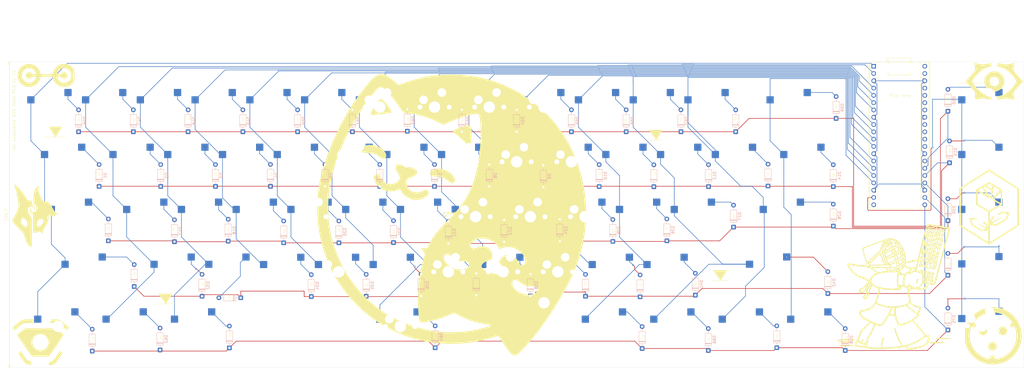
<source format=kicad_pcb>
(kicad_pcb (version 20241229) (generator "pcbnew") (generator_version "9.0")
  (layers (0 "F.Cu" signal) (2 "B.Cu" signal) (13 "F.Paste" user) (15 "B.Paste" user) (5 "F.SilkS" user "F.Silkscreen") (7 "B.SilkS" user "B.Silkscreen") (1 "F.Mask" user) (3 "B.Mask" user) (25 "Edge.Cuts" user))
  (net 0 "")
  (net 1 "Col 15")
  (net 14 "Net-(D1-A)")
  (net 15 "GND")
  (net 16 "+5V")
  (net 17 "Row 2")
  (net 18 "Net-(D2-A)")
  (net 19 "Net-(D3-A)")
  (net 20 "Net-(D4-A)")
  (net 21 "Net-(D5-A)")
  (net 22 "Net-(D6-A)")
  (net 23 "Net-(D7-A)")
  (net 24 "Net-(D8-A)")
  (net 25 "Net-(D9-A)")
  (net 26 "Net-(D10-A)")
  (net 27 "Net-(D11-A)")
  (net 28 "Net-(D12-A)")
  (net 29 "Net-(D13-A)")
  (net 30 "Net-(D14-A)")
  (net 31 "Net-(D15-A)")
  (net 32 "Net-(D16-A)")
  (net 33 "Row 3")
  (net 34 "Net-(D17-A)")
  (net 35 "Net-(D18-A)")
  (net 36 "Net-(D19-A)")
  (net 37 "Net-(D20-A)")
  (net 38 "Net-(D21-A)")
  (net 39 "Net-(D22-A)")
  (net 40 "Net-(D23-A)")
  (net 41 "Net-(D24-A)")
  (net 42 "Net-(D25-A)")
  (net 43 "Net-(D26-A)")
  (net 44 "Net-(D27-A)")
  (net 45 "Net-(D28-A)")
  (net 46 "Net-(D30-A)")
  (net 47 "Net-(D31-A)")
  (net 48 "Row 4")
  (net 49 "Net-(D32-A)")
  (net 50 "Net-(D33-A)")
  (net 51 "Net-(D34-A)")
  (net 52 "Net-(D35-A)")
  (net 53 "Net-(D36-A)")
  (net 54 "Net-(D37-A)")
  (net 55 "Net-(D38-A)")
  (net 56 "Net-(D39-A)")
  (net 57 "Net-(D40-A)")
  (net 58 "Net-(D41-A)")
  (net 59 "Net-(D42-A)")
  (net 60 "Net-(D45-A)")
  (net 61 "Row 1")
  (net 62 "Net-(D46-A)")
  (net 63 "Net-(D47-A)")
  (net 64 "Net-(D48-A)")
  (net 65 "Net-(D49-A)")
  (net 66 "Net-(D50-A)")
  (net 67 "Net-(D51-A)")
  (net 68 "Net-(D52-A)")
  (net 69 "Net-(D53-A)")
  (net 70 "Net-(D54-A)")
  (net 71 "Net-(D55-A)")
  (net 72 "Net-(D56-A)")
  (net 73 "Net-(D57-A)")
  (net 74 "Net-(D58-A)")
  (net 75 "Net-(D59-A)")
  (net 76 "Net-(D60-A)")
  (net 77 "Net-(D61-A)")
  (net 78 "Row 5")
  (net 79 "Net-(D62-A)")
  (net 80 "Net-(D63-A)")
  (net 81 "Net-(D64-A)")
  (net 82 "Net-(D65-A)")
  (net 83 "Net-(D66-A)")
  (net 84 "Net-(D67-A)")
  (net 85 "Net-(D68-A)")
  (net 86 "Net-(D75-A)")
  (net 87 "Col 1")
  (net 88 "Col 2")
  (net 89 "Col 3")
  (net 90 "Col 4")
  (net 91 "Col 5")
  (net 92 "Col 6")
  (net 93 "Col 7")
  (net 94 "Col 8")
  (net 95 "Col 9")
  (net 96 "Col 10")
  (net 97 "Col 11")
  (net 98 "Col 12")
  (net 99 "Col 13")
  (net 100 "Col 14")
  (footprint "Pictures:rose" (layer "F.Cu") (at 356.52875 81.62625)
    (property "Reference" "G***" (hide yes))
    (property "Value" "LOGO" (hide yes))
  )
  (footprint "Pictures:cam" (layer "F.Cu") (at 26.42875 129.57625)
    (property "Reference" "G***" (hide yes))
    (property "Value" "LOGO" (hide yes))
  )
  (footprint "Pictures:cipher 1" (layer "F.Cu") (at 357.872788 127.771271)
    (property "Reference" "G***" (hide yes))
    (property "Value" "LOGO" (hide yes))
  )
  (footprint "Pictures:trip" (layer "F.Cu") (at 358.22875 38.72625)
    (property "Reference" "G***" (hide yes))
    (property "Value" "LOGO" (hide yes))
  )
  (footprint "Pictures:kendo" (layer "F.Cu") (at 323.32875 110.72625)
    (property "Reference" "G***" (hide yes))
    (property "Value" "LOGO" (hide yes))
  )
  (footprint "Pictures:cat" (layer "F.Cu") (at 168.536244 85.511241)
    (property "Reference" "G***")
    (property "Value" "LOGO" (hide yes))
  )
  (footprint "Pictures:Cipher 2" (layer "F.Cu") (at 28.07875 36.52625)
    (property "Reference" "G***" (hide yes))
    (property "Value" "LOGO" (hide yes))
  )
  (footprint "Pictures:death" (layer "F.Cu") (at 23.401313 86.086464)
    (property "Reference" "G***" (hide yes))
    (property "Value" "LOGO" (hide yes))
  )
  (footprint "Module:RaspberryPi_Pico_Common_THT" (layer "F.Cu") (at 316.13875 33.85625)
    (property "Reference" "A1" (hide yes))
    (property "Value" "RaspberryPi_Pico")
  )
  (footprint "MX_Hotswap:MX-Hotswap-1U" (layer "B.Cu") (at 210.97875 67.15125 180)
    (property "Reference" "SW10")
    (property "Value" "SW_Push_45deg")
  )
  (footprint "MX_Hotswap:MX-Hotswap-2U" (layer "B.Cu") (at 287.17875 48.10125 180)
    (property "Reference" "SW59")
    (property "Value" "SW_Push_45deg")
  )
  (footprint "Diode_THT:D_DO-35_SOD27_P7.62mm_Horizontal" (layer "B.Cu") (at 177.87875 113.68625 90)
    (property "Reference" "D37" (hide yes))
    (property "Value" "1N4148")
  )
  (footprint "Diode_THT:D_DO-35_SOD27_P7.62mm_Horizontal" (layer "B.Cu") (at 95.94875 114.52625 180)
    (property "Reference" "D33" (hide yes))
    (property "Value" "1N4148")
  )
  (footprint "MX_Hotswap:MX-Hotswap-1U" (layer "B.Cu") (at 163.35375 48.10125 180)
    (property "Reference" "SW53")
    (property "Value" "SW_Push_45deg")
  )
  (footprint "MX_Hotswap:MX-Hotswap-1U" (layer "B.Cu") (at 168.15 105.47625 180)
    (property "Reference" "SW37")
    (property "Value" "SW_Push_45deg")
  )
  (footprint "MX_Hotswap:MX-Hotswap-1U" (layer "B.Cu") (at 49.05375 48.10125 180)
    (property "Reference" "SW47")
    (property "Value" "SW_Push_45deg")
  )
  (footprint "MX_Hotswap:MX-Hotswap-1U" (layer "B.Cu") (at 196.69125 86.27625 180)
    (property "Reference" "SW24")
    (property "Value" "SW_Push_45deg")
  )
  (footprint "Diode_THT:D_DO-35_SOD27_P7.62mm_Horizontal" (layer "B.Cu") (at 67.87875 132.68625 90)
    (property "Reference" "D62")
    (property "Value" "1N4148")
  )
  (footprint "Diode_THT:D_DO-35_SOD27_P7.62mm_Horizontal" (layer "B.Cu") (at 342.51 67.505 90)
    (property "Reference" "D15")
    (property "Value" "1N4148" (hide yes))
  )
  (footprint "Diode_THT:D_DO-35_SOD27_P7.62mm_Horizontal" (layer "B.Cu") (at 149.07875 95.28625 90)
    (property "Reference" "D21")
    (property "Value" "1N4148")
  )
  (footprint "Diode_THT:D_DO-35_SOD27_P7.62mm_Horizontal" (layer "B.Cu") (at 144.30375 75.72375 90)
    (property "Reference" "D6" (hide yes))
    (property "Value" "1N4148")
  )
  (footprint "Diode_THT:D_DO-35_SOD27_P7.62mm_Horizontal" (layer "B.Cu") (at 210.97875 56.67375 90)
    (property "Reference" "D55")
    (property "Value" "1N4148")
  )
  (footprint "MX_Hotswap:MX-Hotswap-6.25U-ReversedStabilizers" (layer "B.Cu") (at 151.43125 124.52375 180)
    (property "Reference" "SW64")
    (property "Value" "SW_Push_45deg")
  )
  (footprint "Diode_THT:D_DO-35_SOD27_P7.62mm_Horizontal" (layer "B.Cu") (at 139.57875 113.98625 90)
    (property "Reference" "D35")
    (property "Value" "1N4148")
  )
  (footprint "MX_Hotswap:MX-Hotswap-1U" (layer "B.Cu") (at 68.10375 48.10125 180)
    (property "Reference" "SW48")
    (property "Value" "SW_Push_45deg")
  )
  (footprint "Diode_THT:D_DO-35_SOD27_P7.62mm_Horizontal" (layer "B.Cu") (at 130.07875 95.38625 90)
    (property "Reference" "D20")
    (property "Value" "1N4148")
  )
  (footprint "Diode_THT:D_DO-35_SOD27_P7.62mm_Horizontal" (layer "B.Cu") (at 302.07875 75.78625 90)
    (property "Reference" "D14")
    (property "Value" "1N4148")
  )
  (footprint "Diode_THT:D_DO-35_SOD27_P7.62mm_Horizontal" (layer "B.Cu") (at 201.22875 75.98625 90)
    (property "Reference" "D9")
    (property "Value" "1N4148")
  )
  (footprint "MX_Hotswap:MX-Hotswap-1U" (layer "B.Cu") (at 130.05 105.47625 180)
    (property "Reference" "SW35")
    (property "Value" "SW_Push_45deg")
  )
  (footprint "Diode_THT:D_DO-35_SOD27_P7.62mm_Horizontal" (layer "B.Cu") (at 182.40375 75.72375 90)
    (property "Reference" "D8")
    (property "Value" "1N4148")
  )
  (footprint "Diode_THT:D_DO-35_SOD27_P7.62mm_Horizontal" (layer "B.Cu") (at 268.12875 56.67375 90)
    (property "Reference" "D58" (hide yes))
    (property "Value" "1N4148")
  )
  (footprint "MX_Hotswap:MX-Hotswap-1U" (layer "B.Cu") (at 353.86175 67.15125 180)
    (property "Reference" "SW15")
    (property "Value" "SW_Push_45deg")
  )
  (footprint "Diode_THT:D_DO-35_SOD27_P7.62mm_Horizontal" (layer "B.Cu") (at 279.37875 75.58625 90)
    (property "Reference" "D13" (hide yes))
    (property "Value" "1N4148")
  )
  (footprint "MX_Hotswap:MX-Hotswap-1.25U" (layer "B.Cu") (at 294.35 124.52375 180)
    (property "Reference" "SW68")
    (property "Value" "SW_Push_45deg")
  )
  (footprint "Diode_THT:D_DO-35_SOD27_P7.62mm_Horizontal" (layer "B.Cu") (at 120.47875 114.08625 90)
    (property "Reference" "D34")
    (property "Value" "1N4148")
  )
  (footprint "MX_Hotswap:MX-Hotswap-1U" (layer "B.Cu") (at 244.35 105.47625 180)
    (property "Reference" "SW41")
    (property "Value" "SW_Push_45deg")
  )
  (footprint "Diode_THT:D_DO-35_SOD27_P7.62mm_Horizontal" (layer "B.Cu") (at 58.57875 56.67375 90)
    (property "Reference" "D47")
    (property "Value" "1N4148")
  )
  (footprint "Diode_THT:D_DO-35_SOD27_P7.62mm_Horizontal" (layer "B.Cu") (at 82.47875 113.98625 90)
    (property "Reference" "D32")
    (property "Value" "1N4148")
  )
  (footprint "MX_Hotswap:MX-Hotswap-1U" (layer "B.Cu") (at 58.57875 67.15125 180)
    (property "Reference" "SW2")
    (property "Value" "SW_Push_45deg")
  )
  (footprint "Diode_THT:D_DO-35_SOD27_P7.62mm_Horizontal" (layer "B.Cu") (at 172.87875 56.67375 90)
    (property "Reference" "D53")
    (property "Value" "1N4148")
  )
  (footprint "MX_Hotswap:MX-Hotswap-1.5U" (layer "B.Cu") (at 291.94125 67.15125 180)
    (property "Reference" "SW14")
    (property "Value" "SW_Push_45deg")
  )
  (footprint "Diode_THT:D_DO-35_SOD27_P7.62mm_Horizontal" (layer "B.Cu") (at 306.22875 132.87375 90)
    (property "Reference" "D68")
    (property "Value" "1N4148")
  )
  (footprint "MX_Hotswap:MX-Hotswap-1U" (layer "B.Cu") (at 87.15375 48.10125 180)
    (property "Reference" "SW49")
    (property "Value" "SW_Push_45deg")
  )
  (footprint "MX_Hotswap:MX-Hotswap-1U" (layer "B.Cu") (at 77.62875 67.15125 180)
    (property "Reference" "SW3")
    (property "Value" "SW_Push_45deg")
  )
  (footprint "Diode_THT:D_DO-35_SOD27_P7.62mm_Horizontal" (layer "B.Cu") (at 234.87875 114.18625 90)
    (property "Reference" "D40" (hide yes))
    (property "Value" "1N4148")
  )
  (footprint "MX_Hotswap:MX-Hotswap-1U" (layer "B.Cu") (at 144.30375 48.10125 180)
    (property "Reference" "SW52")
    (property "Value" "SW_Push_45deg")
  )
  (footprint "Diode_THT:D_DO-35_SOD27_P7.62mm_Horizontal" (layer "B.Cu") (at 44.27875 133.08625 90)
    (property "Reference" "D61" (hide yes))
    (property "Value" "1N4148")
  )
  (footprint "Diode_THT:D_DO-35_SOD27_P7.62mm_Horizontal" (layer "B.Cu") (at 96.67875 56.67375 90)
    (property "Reference" "D49")
    (property "Value" "1N4148")
  )
  (footprint "Diode_THT:D_DO-35_SOD27_P7.62mm_Horizontal" (layer "B.Cu") (at 153.87875 56.48625 90)
    (property "Reference" "D52")
    (property "Value" "1N4148")
  )
  (footprint "Diode_THT:D_DO-35_SOD27_P7.62mm_Horizontal" (layer "B.Cu") (at 249.07875 56.67375 90)
    (property "Reference" "D57")
    (property "Value" "1N4148")
  )
  (footprint "Diode_THT:D_DO-35_SOD27_P7.62mm_Horizontal" (layer "B.Cu") (at 68.10375 75.72375 90)
    (property "Reference" "D2")
    (property "Value" "1N4148")
  )
  (footprint "Diode_THT:D_DO-35_SOD27_P7.62mm_Horizontal" (layer "B.Cu") (at 87.15375 75.72375 90)
    (property "Reference" "D3")
    (property "Value" "1N4148")
  )
  (footprint "MX_Hotswap:MX-Hotswap-1.25U" (layer "B.Cu") (at 79.97625 124.50375 180)
    (property "Reference" "SW63")
    (property "Value" "SW_Push_45deg")
  )
  (footprint "MX_Hotswap:MX-Hotswap-1U" (layer "B.Cu") (at 353.86175 105.25125 180)
    (property "Reference" "SW45")
    (property "Value" "SW_Push_45deg")
  )
  (footprint "MX_Hotswap:MX-Hotswap-1U" (layer "B.Cu") (at 91.91625 105.39625 180)
    (property "Reference" "SW33")
    (property "Value" "SW_Push_45deg")
  )
  (footprint "MX_Hotswap:MX-Hotswap-1U" (layer "B.Cu") (at 249.07875 67.15125 180)
    (property "Reference" "SW12")
    (property "Value" "SW_Push_45deg")
  )
  (footprint "Diode_THT:D_DO-35_SOD27_P7.62mm_Horizontal" (layer "B.Cu") (at 196.67875 113.88625 90)
    (property "Reference" "D38")
    (property "Value" "1N4148")
  )
  (footprint "MX_Hotswap:MX-Hotswap-1U" (layer "B.Cu") (at 225.3 105.47625 180)
    (property "Reference" "SW40")
    (property "Value" "SW_Push_45deg")
  )
  (footprint "MX_Hotswap:MX-Hotswap-2.25U" (layer "B.Cu") (at 284.7975 86.27625 180)
    (property "Reference" "SW28")
    (property "Value" "SW_Push_45deg")
  )
  (footprint "Diode_THT:D_DO-35_SOD27_P7.62mm_Horizontal" (layer "B.Cu") (at 244.17875 94.68625 90)
    (property "Reference" "D26")
    (property "Value" "1N4148" (hide yes))
  )
  (footprint "MX_Hotswap:MX-Hotswap-1U" (layer "B.Cu") (at 149.1 105.47625 180)
    (property "Reference" "SW36")
    (property "Value" "SW_Push_45deg")
  )
  (footprint "MX_Hotswap:MX-Hotswap-1U" (layer "B.Cu") (at 139.54125 86.27625 180)
    (property "Reference" "SW21")
    (property "Value" "SW_Push_45deg")
  )
  (footprint "MX_Hotswap:MX-Hotswap-1.25U" (layer "B.Cu") (at 32.4 124.5 180)
    (property "Reference" "SW61")
    (property "Value" "SW_Push_45deg")
  )
  (footprint "MX_Hotswap:MX-Hotswap-1U" (layer "B.Cu") (at 258.60375 48.10125 180)
    (property "Reference" "SW58")
    (property "Value" "SW_Push_45deg")
  )
  (footprint "Diode_THT:D_DO-35_SOD27_P7.62mm_Horizontal" (layer "B.Cu") (at 235.57875 132.18625 90)
    (property "Reference" "D65" (hide yes))
    (property "Value" "1N4148")
  )
  (footprint "MX_Hotswap:MX-Hotswap-1U" (layer "B.Cu") (at 96.67875 67.15125 180)
    (property "Reference" "SW4")
    (property "Value" "SW_Push_45deg")
  )
  (footprint "MX_Hotswap:MX-Hotswap-1U" (layer "B.Cu") (at 82.39125 86.27625 180)
    (property "Reference" "SW18")
    (property "Value" "SW_Push_45deg")
  )
  (footprint "MX_Hotswap:MX-Hotswap-1.25U" (layer "B.Cu") (at 56.18 124.5 180)
    (property "Reference" "SW62")
    (property "Value" "SW_Push_45deg")
  )
  (footprint "Diode_THT:D_DO-35_SOD27_P7.62mm_Horizontal" (layer "B.Cu") (at 91.57875 94.78625 90)
    (property "Reference" "D18")
    (property "Value" "1N4148")
  )
  (footprint "MX_Hotswap:MX-Hotswap-1U" (layer "B.Cu") (at 191.92875 67.15125 180)
    (property "Reference" "SW9")
    (property "Value" "SW_Push_45deg")
  )
  (footprint "Diode_THT:D_DO-35_SOD27_P7.62mm_Horizontal" (layer "B.Cu") (at 206.92875 94.78625 90)
    (property "Reference" "D24")
    (property "Value" "1N4148")
  )
  (footprint "Diode_THT:D_DO-35_SOD27_P7.62mm_Horizontal" (layer "B.Cu") (at 258.67875 75.78625 90)
    (property "Reference" "D12")
    (property "Value" "1N4148")
  )
  (footprint "Diode_THT:D_DO-35_SOD27_P7.62mm_Horizontal" (layer "B.Cu") (at 302.07875 89.53625 90)
    (property "Reference" "D28")
    (property "Value" "1N4148")
  )
  (footprint "MX_Hotswap:MX-Hotswap-1.75U" (layer "B.Cu") (at 37.1475 86.27625 180)
    (property "Reference" "SW16")
    (property "Value" "SW_Push_45deg")
  )
  (footprint "MX_Hotswap:MX-Hotswap-1U" (layer "B.Cu") (at 153.82875 67.15125 180)
    (property "Reference" "SW7")
    (property "Value" "SW_Push_45deg")
  )
  (footprint "MX_Hotswap:MX-Hotswap-1U" (layer "B.Cu") (at 353.85375 86.27625 180)
    (property "Reference" "SW30")
    (property "Value" "SW_Push_45deg")
  )
  (footprint "Diode_THT:D_DO-35_SOD27_P7.62mm_Horizontal" (layer "B.Cu") (at 341.9475 106.68 90)
    (property "Reference" "D45" (hide yes))
    (property "Value" "1N4148")
  )
  (footprint "Diode_THT:D_DO-35_SOD27_P7.62mm_Horizontal" (layer "B.Cu") (at 254.07875 113.59625 90)
    (property "Reference" "D41")
    (property "Value" "1N4148")
  )
  (footprint "MX_Hotswap:MX-Hotswap-2.75U" (layer "B.Cu") (at 280.02125 105.37625 180)
    (property "Reference" "SW42")
    (property "Value" "SW_Push_45deg")
  )
  (footprint "MX_Hotswap:MX-Hotswap-1U" (layer "B.Cu") (at 134.77875 67.15125 180)
    (property "Reference" "SW6")
    (property "Value" "SW_Push_45deg")
  )
  (footprint "Diode_THT:D_DO-35_SOD27_P7.62mm_Horizontal" (layer "B.Cu") (at 72.87875 94.98625 90)
    (property "Reference" "D17")
    (property "Value" "1N4148")
  )
  (footprint "MX_Hotswap:MX-Hotswap-1.25U" (layer "B.Cu") (at 270.5375 124.52375 180)
    (property "Reference" "SW67")
    (property "Value" "SW_Push_45deg")
  )
  (footprint "MX_Hotswap:MX-Hotswap-1U" (layer "B.Cu") (at 239.55375 48.10125 180)
    (property "Reference" "SW57")
    (property "Value" "SW_Push_45deg")
  )
  (footprint "Diode_THT:D_DO-35_SOD27_P7.62mm_Horizontal" (layer "B.Cu") (at 282.41625 131.92125 90)
    (property "Reference" "D67" (hide yes))
    (property "Value" "1N4148")
  )
  (footprint "MX_Hotswap:MX-Hotswap-1U" (layer "B.Cu") (at 215.74125 86.27625 180)
    (property "Reference" "SW25")
    (property "Value" "SW_Push_45deg")
  )
  (footprint "MX_Hotswap:MX-Hotswap-1U" (layer "B.Cu") (at 63.34125 86.27625 180)
    (property "Reference" "SW17")
    (property "Value" "SW_Push_45deg")
  )
  (footprint "MX_Hotswap:MX-Hotswap-1.25U" (layer "B.Cu") (at 222.91375 124.52375 180)
    (property "Reference" "SW65")
    (property "Value" "SW_Push_45deg")
  )
  (footprint "Diode_THT:D_DO-35_SOD27_P7.62mm_Horizontal" (layer "B.Cu") (at 258.60375 132.87375 90)
    (property "Reference" "D66")
    (property "Value" "1N4148")
  )
  (footprint "Diode_THT:D_DO-35_SOD27_P7.62mm_Horizontal" (layer "B.Cu") (at 115.72875 56.67375 90)
    (property "Reference" "D50")
    (property "Value" "1N4148")
  )
  (footprint "MX_Hotswap:MX-Hotswap-1U" (layer "B.Cu") (at 72.86625 105.39625 180)
    (property "Reference" "SW32")
    (property "Value" "SW_Push_45deg")
  )
  (footprint "Diode_THT:D_DO-35_SOD27_P7.62mm_Horizontal" (layer "B.Cu") (at 191.92875 56.67375 90)
    (property "Reference" "D54")
    (property "Value" "1N4148")
  )
  (footprint "Diode_THT:D_DO-35_SOD27_P7.62mm_Horizontal" (layer "B.Cu") (at 300.17875 113.03625 90)
    (property "Reference" "D42")
    (property "Value" "1N4148" (hide yes))
  )
  (footprint "MX_Hotswap:MX-Hotswap-1U" (layer "B.Cu") (at 234.79125 86.27625 180)
    (property "Reference" "SW26")
    (property "Value" "SW_Push_45deg")
  )
  (footprint "Diode_THT:D_DO-35_SOD27_P7.62mm_Horizontal" (layer "B.Cu") (at 158.67875 113.88625 90)
    (property "Reference" "D36")
    (property "Value" "1N4148")
  )
  (footprint "MX_Hotswap:MX-Hotswap-1.25U" (layer "B.Cu") (at 246.71375 124.52375 180)
    (property "Reference" "SW66")
    (property "Value" "SW_Push_45deg")
  )
  (footprint "Diode_THT:D_DO-35_SOD27_P7.62mm_Horizontal" (layer "B.Cu") (at 267.37875 89.88625 90)
    (property "Reference" "D27")
    (property "Value" "1N4148" (hide yes))
  )
  (footprint "MX_Hotswap:MX-Hotswap-1.5U" (layer "B.Cu") (at 34.76625 67.15125 180)
    (property "Reference" "SW1")
    (property "Value" "SW_Push_45deg")
  )
  (footprint "Diode_THT:D_DO-35_SOD27_P7.62mm_Horizontal" (layer "B.Cu") (at 39.52875 56.67375 90)
    (property "Reference" "D46")
    (property "Value" "1N4148")
  )
  (footprint "MX_Hotswap:MX-Hotswap-1U" (layer "B.Cu") (at 120.49125 86.27625 180)
    (property "Reference" "SW20")
    (property "Value" "SW_Push_45deg")
  )
  (footprint "MX_Hotswap:MX-Hotswap-1U" (layer "B.Cu") (at 206.25 105.47625 180)
    (property "Reference" "SW39")
    (property "Value" "SW_Push_45deg")
  )
  (footprint "MX_Hotswap:MX-Hotswap-1U" (layer "B.Cu") (at 268.12875 67.15125 180)
    (property "Reference" "SW13")
    (property "Value" "SW_Push_45deg")
  )
  (footprint "Diode_THT:D_DO-35_SOD27_P7.62mm_Horizontal" (layer "B.Cu") (at 341.9475 125.73 90)
    (property "Reference" "D75")
    (property "Value" "1N4148")
  )
  (footprint "MX_Hotswap:MX-Hotswap-1U" (layer "B.Cu") (at 158.59125 86.27625 180)
    (property "Reference" "SW22")
    (property "Value" "SW_Push_45deg")
  )
  (footprint "Diode_THT:D_DO-35_SOD27_P7.62mm_Horizontal" (layer "B.Cu") (at 163.57875 131.93625 90)
    (property "Reference" "D64")
    (property "Value" "1N4148")
  )
  (footprint "MX_Hotswap:MX-Hotswap-1U" (layer "B.Cu") (at 101.44125 86.27625 180)
    (property "Reference" "SW19")
    (property "Value" "SW_Push_45deg")
  )
  (footprint "MX_Hotswap:MX-Hotswap-1U" (layer "B.Cu") (at 201.45375 48.10125 180)
    (property "Reference" "SW55")
    (property "Value" "SW_Push_45deg")
  )
  (footprint "MX_Hotswap:MX-Hotswap-1U" (layer "B.Cu") (at 353.86175 48.10125 180)
    (property "Reference" "SW60")
    (property "Value" "SW_Push_45deg")
  )
  (footprint "MX_Hotswap:MX-Hotswap-1U" (layer "B.Cu") (at 220.50375 48.10125 180)
    (property "Reference" "SW56")
    (property "Value" "SW_Push_45deg")
  )
  (footprint "MX_Hotswap:MX-Hotswap-1U" (layer "B.Cu") (at 172.87875 67.15125 180)
    (property "Reference" "SW8")
    (property "Value" "SW_Push_45deg")
  )
  (footprint "MX_Hotswap:MX-Hotswap-1U" (layer "B.Cu") (at 177.64125 86.27625 180)
    (property "Reference" "SW23")
    (property "Value" "SW_Push_45deg")
  )
  (footprint "MX_Hotswap:MX-Hotswap-1U" (layer "B.Cu") (at 30.00375 48.10125 180)
    (property "Reference" "SW46")
    (property "Value" "SW_Push_45deg" (hide yes))
  )
  (footprint "Diode_THT:D_DO-35_SOD27_P7.62mm_Horizontal" (layer "B.Cu") (at 46.6725 75.72375 90)
    (property "Reference" "D1")
    (property "Value" "1N4148")
  )
  (footprint "MX_Hotswap:MX-Hotswap-1U" (layer "B.Cu") (at 253.84125 86.27625 180)
    (property "Reference" "SW27")
    (property "Value" "SW_Push_45deg")
  )
  (footprint "Diode_THT:D_DO-35_SOD27_P7.62mm_Horizontal" (layer "B.Cu") (at 239.64875 75.82625 90)
    (property "Reference" "D11" (hide yes))
    (property "Value" "1N4148")
  )
  (footprint "MX_Hotswap:MX-Hotswap-2.25U" (layer "B.Cu") (at 41.91 105.39625 180)
    (property "Reference" "SW31")
    (property "Value" "SW_Push_45deg")
  )
  (footprint "Diode_THT:D_DO-35_SOD27_P7.62mm_Horizontal" (layer "B.Cu") (at 168.17875 95.58625 90)
    (property "Reference" "D22")
    (property "Value" "1N4148")
  )
  (footprint "Diode_THT:D_DO-35_SOD27_P7.62mm_Horizontal" (layer "B.Cu") (at 341.9475 87.63 90)
    (property "Reference" "D30")
    (property "Value" "1N4148")
  )
  (footprint "Diode_THT:D_DO-35_SOD27_P7.62mm_Horizontal" (layer "B.Cu") (at 110.87875 95.38625 90)
    (property "Reference" "D19" (hide yes))
    (property "Value" "1N4148")
  )
  (footprint "Diode_THT:D_DO-35_SOD27_P7.62mm_Horizontal" (layer "B.Cu") (at 58.87875 110.58625 90)
    (property "Reference" "D31" (hide yes))
    (property "Value" "1N4148")
  )
  (footprint "MX_Hotswap:MX-Hotswap-1U" (layer "B.Cu") (at 353.86175 124.30125 180)
    (property "Reference" "SW75")
    (property "Value" "SW_Push_45deg")
  )
  (footprint "MX_Hotswap:MX-Hotswap-1U" (layer "B.Cu") (at 110.97875 105.47625 180)
    (property "Reference" "SW34")
    (property "Value" "SW_Push_45deg")
  )
  (footprint "Diode_THT:D_DO-35_SOD27_P7.62mm_Horizontal" (layer "B.Cu") (at 215.87875 113.98625 90)
    (property "Reference" "D39" (hide yes))
    (property "Value" "1N4148")
  )
  (footprint "Diode_THT:D_DO-35_SOD27_P7.62mm_Horizontal" (layer "B.Cu") (at 125.25375 75.72375 90)
    (property "Reference" "D5")
    (property "Value" "1N4148")
  )
  (footprint "Diode_THT:D_DO-35_SOD27_P7.62mm_Horizontal" (layer "B.Cu") (at 220.63875 75.76625 90)
    (property "Reference" "D10")
    (property "Value" "1N4148")
  )
  (footprint "Diode_THT:D_DO-35_SOD27_P7.62mm_Horizontal" (layer "B.Cu") (at 303.07875 52.03625 90)
    (property "Reference" "D59")
    (property "Value" "1N4148")
  )
  (footprint "MX_Hotswap:MX-Hotswap-1U" (layer "B.Cu") (at 115.72875 67.15125 180)
    (property "Reference" "SW5")
    (property "Value" "SW_Push_45deg")
  )
  (footprint "MX_Hotswap:MX-Hotswap-1U" (layer "B.Cu") (at 230.02875 67.15125 180)
    (property "Reference" "SW11")
    (property "Value" "SW_Push_45deg")
  )
  (footprint "Diode_THT:D_DO-35_SOD27_P7.62mm_Horizontal" (layer "B.Cu") (at 134.77875 56.67375 90)
    (property "Reference" "D51")
    (property "Value" "1N4148")
  )
  (footprint "Diode_THT:D_DO-35_SOD27_P7.62mm_Horizontal" (layer "B.Cu") (at 49.87875 94.68625 90)
    (property "Reference" "D16" (hide yes))
    (property "Value" "1N4148")
  )
  (footprint "Diode_THT:D_DO-35_SOD27_P7.62mm_Horizontal" (layer "B.Cu") (at 341.9475 49.53 90)
    (property "Reference" "D60")
    (property "Value" "1N4148")
  )
  (footprint "MX_Hotswap:MX-Hotswap-1U" (layer "B.Cu") (at 187.2 105.47625 180)
    (property "Reference" "SW38")
    (property "Value" "SW_Push_45deg")
  )
  (footprint "MX_Hotswap:MX-Hotswap-1U" (layer "B.Cu") (at 182.40375 48.10125 180)
    (property "Reference" "SW54")
    (property "Value" "SW_Push_45deg")
  )
  (footprint "Diode_THT:D_DO-35_SOD27_P7.62mm_Horizontal" (layer "B.Cu") (at 106.27875 75.68625 90)
    (property "Reference" "D4")
    (property "Value" "1N4148")
  )
  (footprint "Diode_THT:D_DO-35_SOD27_P7.62mm_Horizontal" (layer "B.Cu") (at 225.37875 94.88625 90)
    (property "Reference" "D25")
    (property "Value" "1N4148")
  )
  (footprint "MX_Hotswap:MX-Hotswap-1U" (layer "B.Cu") (at 125.25375 48.10125 180)
    (property "Reference" "SW51")
    (property "Value" "SW_Push_45deg")
  )
  (footprint "MX_Hotswap:MX-Hotswap-1U" (layer "B.Cu") (at 106.20375 48.10125 180)
    (property "Reference" "SW50")
    (property "Value" "SW_Push_45deg")
  )
  (footprint "Diode_THT:D_DO-35_SOD27_P7.62mm_Horizontal" (layer "B.Cu") (at 187.57875 94.98625 90)
    (property "Reference" "D23")
    (property "Value" "1N4148")
  )
  (footprint "Diode_THT:D_DO-35_SOD27_P7.62mm_Horizontal" (layer "B.Cu") (at 77.62875 56.67375 90)
    (property "Reference" "D48")
    (property "Value" "1N4148")
  )
  (footprint "Diode_THT:D_DO-35_SOD27_P7.62mm_Horizontal" (layer "B.Cu") (at 163.35375 75.72375 90)
    (property "Reference" "D7")
    (property "Value" "1N4148")
  )
  (footprint "Diode_THT:D_DO-35_SOD27_P7.62mm_Horizontal" (layer "B.Cu") (at 91.97875 131.98625 90)
    (property "Reference" "D63" (hide yes))
    (property "Value" "1N4148")
  )
  (footprint "Diode_THT:D_DO-35_SOD27_P7.62mm_Horizontal" (layer "B.Cu") (at 230.02875 56.67375 90)
    (property "Reference" "D56")
    (property "Value" "1N4148")
  )
  (gr_line (start 238.17875 59.57625) (end 242.57875 59.57625) (stroke (width 0.1)) (layer "F.SilkS"))
  (gr_line (start 345.52875 39.72625) (end 357.82875 39.62625) (stroke (width 0.1)) (layer "F.SilkS"))
  (gr_line (start 65.97875 116.72625) (end 73.77875 116.62625) (stroke (width 0.1)) (layer "F.SilkS"))
  (gr_line (start 260.07875 108.47625) (end 265.27875 108.47625) (stroke (width 0.1)) (layer "F.SilkS"))
  (gr_line (start 159.37875 100.97625) (end 162.87875 100.77625) (stroke (width 0.1)) (layer "F.SilkS"))
  (gr_poly (pts (xy 29.27875 54.97625) (xy 33.67875 54.97625) (xy 31.47875 58.57625)) (stroke (width 0.1)) (fill yes) (layer "F.SilkS"))
  (gr_poly (pts (xy 158.67875 97.27625) (xy 163.37875 97.27625) (xy 161.17875 100.77625)) (stroke (width 0.1)) (fill yes) (layer "F.SilkS"))
  (gr_poly (pts (xy 260.37875 104.97625) (xy 265.07875 104.97625) (xy 262.87875 108.47625)) (stroke (width 0.1)) (fill yes) (layer "F.SilkS"))
  (gr_poly (pts (xy 67.37875 113.17625) (xy 72.07875 113.17625) (xy 69.87875 116.67625)) (stroke (width 0.1)) (fill yes) (layer "F.SilkS"))
  (gr_poly (pts (xy 237.97875 56.07625) (xy 242.67875 56.07625) (xy 240.47875 59.57625)) (stroke (width 0.1)) (fill yes) (layer "F.SilkS"))
  (gr_line (start 27.47875 58.57625) (end 34.97875 58.57625) (stroke (width 0.1)) (layer "F.SilkS"))
  (gr_rect (start 15.47875 32.22625) (end 368.40875 138.92625) (stroke (width 0.05)) (fill no) (layer "Edge.Cuts"))
  (gr_text "D" (at 67.67875 128.97625 0) (layer "F.SilkS") (effects (font (size 1 1) (thickness 0.1)) (justify left bottom)))
  (gr_text "D" (at 210.67875 52.97625 0) (layer "F.SilkS") (effects (font (size 1 1) (thickness 0.1)) (justify left bottom)))
  (gr_text "D" (at 162.87875 71.97625 0) (layer "F.SilkS") (effects (font (size 1 1) (thickness 0.1)) (justify left bottom)))
  (gr_text "D" (at 72.07875 91.17625 0) (layer "F.SilkS") (effects (font (size 1 1) (thickness 0.1)) (justify left bottom)))
  (gr_text "D" (at 39.07875 53.17625 0) (layer "F.SilkS") (effects (font (size 1 1) (thickness 0.1)) (justify left bottom)))
  (gr_text "Hot swappable 60% Keeb PCB by Vik" (at 17.67875 63.47625 90) (layer "F.SilkS") (effects (font (size 1 1) (thickness 0.1)) (justify left bottom)))
  (gr_text "D" (at 182.57875 71.67625 0) (layer "F.SilkS") (effects (font (size 1 1) (thickness 0.1)) (justify left bottom)))
  (gr_text "D" (at 278.77875 72.17625 0) (layer "F.SilkS") (effects (font (size 1 1) (thickness 0.1)) (justify left bottom)))
  (gr_text "D" (at 49.37875 90.97625 0) (layer "F.SilkS") (effects (font (size 1 1) (thickness 0.1)) (justify left bottom)))
  (gr_text "D" (at 301.67875 85.97625 0) (layer "F.SilkS") (effects (font (size 1 1) (thickness 0.1)) (justify left bottom)))
  (gr_text "D" (at 124.77875 71.67625 0) (layer "F.SilkS") (effects (font (size 1 1) (thickness 0.1)) (justify left bottom)))
  (gr_text "D" (at 243.37875 90.87625 0) (layer "F.SilkS") (effects (font (size 1 1) (thickness 0.1)) (justify left bottom)))
  (gr_text "D" (at 196.07875 110.27625 0) (layer "F.SilkS") (effects (font (size 1 1) (thickness 0.1)) (justify left bottom)))
  (gr_text "D" (at 172.57875 53.17625 0) (layer "F.SilkS") (effects (font (size 1 1) (thickness 0.1)) (justify left bottom)))
  (gr_text "D" (at 224.97875 91.77625 0) (layer "F.SilkS") (effects (font (size 1 1) (thickness 0.1)) (justify left bottom)))
  (gr_text "D" (at 220.37875 71.87625 0) (layer "F.SilkS") (effects (font (size 1 1) (thickness 0.1)) (justify left bottom)))
  (gr_text "D" (at 58.27875 53.17625 0) (layer "F.SilkS") (effects (font (size 1 1) (thickness 0.1)) (justify left bottom)))
  (gr_text "Pico Here" (at 321.57875 44.67625 0) (layer "F.SilkS") (effects (font (size 1 1) (thickness 0.1)) (justify left bottom)))
  (gr_text "D" (at 177.47875 110.17625 0) (layer "F.SilkS") (effects (font (size 1 1) (thickness 0.1)) (justify left bottom)))
  (gr_text "D" (at 143.97875 71.87625 0) (layer "F.SilkS") (effects (font (size 1 1) (thickness 0.1)) (justify left bottom)))
  (gr_text "D" (at 77.67875 52.57625 0) (layer "F.SilkS") (effects (font (size 1 1) (thickness 0.1)) (justify left bottom)))
  (gr_text "D" (at 234.47875 110.57625 0) (layer "F.SilkS") (effects (font (size 1 1) (thickness 0.1)) (justify left bottom)))
  (gr_text "D" (at 96.17875 53.07625 0) (layer "F.SilkS") (effects (font (size 1 1) (thickness 0.1)) (justify left bottom)))
  (gr_text "D" (at 229.27875 53.27625 0) (layer "F.SilkS") (effects (font (size 1 1) (thickness 0.1)) (justify left bottom)))
  (gr_text "D" (at 299.87875 109.57625 0) (layer "F.SilkS") (effects (font (size 1 1) (thickness 0.1)) (justify left bottom)))
  (gr_text "D" (at 342.07875 63.87625 0) (layer "F.SilkS") (effects (font (size 1 1) (thickness 0.1)) (justify left bottom)))
  (gr_text "D" (at 341.97875 103.47625 0) (layer "F.SilkS") (effects (font (size 1 1) (thickness 0.1)) (justify left bottom)))
  (gr_text "D" (at 139.17875 110.57625 0) (layer "F.SilkS") (effects (font (size 1 1) (thickness 0.1)) (justify left bottom)))
  (gr_text "D" (at 267.37875 52.77625 0) (layer "F.SilkS") (effects (font (size 1 1) (thickness 0.1)) (justify left bottom)))
  (gr_text "D" (at 253.67875 109.97625 0) (layer "F.SilkS") (effects (font (size 1 1) (thickness 0.1)) (justify left bottom)))
  (gr_text "D" (at 301.57875 72.37625 0) (layer "F.SilkS") (effects (font (size 1 1) (thickness 0.1)) (justify left bottom)))
  (gr_text "D" (at 341.27875 45.87625 0) (layer "F.SilkS") (effects (font (size 1 1) (thickness 0.1)) (justify left bottom)))
  (gr_text "D" (at 105.97875 72.17625 0) (layer "F.SilkS") (effects (font (size 1 1) (thickness 0.1)) (justify left bottom)))
  (gr_text "D" (at 90.87875 91.17625 0) (layer "F.SilkS") (effects (font (size 1 1) (thickness 0.1)) (justify left bottom)))
  (gr_text "D" (at 119.87875 110.57625 0) (layer "F.SilkS") (effects (font (size 1 1) (thickness 0.1)) (justify left bottom)))
  (gr_text "D" (at 167.67875 91.97625 0) (layer "F.SilkS") (effects (font (size 1 1) (thickness 0.1)) (justify left bottom)))
  (gr_text "D" (at 91.67875 128.07625 0) (layer "F.SilkS") (effects (font (size 1 1) (thickness 0.1)) (justify left bottom)))
  (gr_text "D" (at 215.27875 110.17625 0) (layer "F.SilkS") (effects (font (size 1 1) (thickness 0.1)) (justify left bottom)))
  (gr_text "D" (at 115.37875 53.07625 0) (layer "F.SilkS") (effects (font (size 1 1) (thickness 0.1)) (justify left bottom)))
  (gr_text "D" (at 258.27875 129.37625 0) (layer "F.SilkS") (effects (font (size 1 1) (thickness 0.1)) (justify left bottom)))
  (gr_text "D" (at 82.27875 110.47625 0) (layer "F.SilkS") (effects (font (size 1 1) (thickness 0.1)) (justify left bottom)))
  (gr_text "D" (at 86.67875 72.17625 0) (layer "F.SilkS") (effects (font (size 1 1) (thickness 0.1)) (justify left bottom)))
  (gr_text "D" (at 302.47875 48.37625 0) (layer "F.SilkS") (effects (font (size 1 1) (thickness 0.1)) (justify left bottom)))
  (gr_text "D" (at 134.37875 52.97625 0) (layer "F.SilkS") (effects (font (size 1 1) (thickness 0.1)) (justify left bottom)))
  (gr_text "D" (at 306.07875 128.97625 0) (layer "F.SilkS") (effects (font (size 1 1) (thickness 0.1)) (justify left bottom)))
  (gr_text "D" (at 341.47875 122.37625 0) (layer "F.SilkS") (effects (font (size 1 1) (thickness 0.1)) (justify left bottom)))
  (gr_text "D" (at 282.07875 128.37625 0) (layer "F.SilkS") (effects (font (size 1 1) (thickness 0.1)) (justify left bottom)))
  (gr_text "D" (at 163.37875 128.47625 0) (layer "F.SilkS") (effects (font (size 1 1) (thickness 0.1)) (justify left bottom)))
  (gr_text "D" (at 43.97875 129.37625 0) (layer "F.SilkS") (effects (font (size 1 1) (thickness 0.1)) (justify left bottom)))
  (gr_text "D" (at 239.47875 71.87625 0) (layer "F.SilkS") (effects (font (size 1 1) (thickness 0.1)) (justify left bottom)))
  (gr_text "D" (at 187.27875 91.77625 0) (layer "F.SilkS") (effects (font (size 1 1) (thickness 0.1)) (justify left bottom)))
  (gr_text "D" (at 148.67875 92.17625 0) (layer "F.SilkS") (effects (font (size 1 1) (thickness 0.1)) (justify left bottom)))
  (gr_text "D" (at 258.47875 72.37625 0) (layer "F.SilkS") (effects (font (size 1 1) (thickness 0.1)) (justify left bottom)))
  (gr_text "D" (at 58.47875 106.87625 0) (layer "F.SilkS") (effects (font (size 1 1) (thickness 0.1)) (justify left bottom)))
  (gr_text "D" (at 46.27875 71.97625 0) (layer "F.SilkS") (effects (font (size 1 1) (thickness 0.1)) (justify left bottom)))
  (gr_text "D" (at 91.27875 114.97625 0) (layer "F.SilkS") (effects (font (size 1 1) (thickness 0.1)) (justify left bottom)))
  (gr_text "D" (at 200.87875 72.67625 0) (layer "F.SilkS") (effects (font (size 1 1) (thickness 0.1)) (justify left bottom)))
  (gr_text "D" (at 153.67875 52.97625 0) (layer "F.SilkS") (effects (font (size 1 1) (thickness 0.1)) (justify left bottom)))
  (gr_text "D" (at 191.57875 53.27625 0) (layer "F.SilkS") (effects (font (size 1 1) (thickness 0.1)) (justify left bottom)))
  (gr_text "D" (at 158.67875 110.17625 0) (layer "F.SilkS") (effects (font (size 1 1) (thickness 0.1)) (justify left bottom)))
  (gr_text "D" (at 341.77875 83.97625 0) (layer "F.SilkS") (effects (font (size 1 1) (thickness 0.1)) (justify left bottom)))
  (gr_text "D" (at 110.47875 91.87625 0) (layer "F.SilkS") (effects (font (size 1 1) (thickness 0.1)) (justify left bottom)))
  (gr_text "D" (at 206.47875 91.17625 0) (layer "F.SilkS") (effects (font (size 1 1) (thickness 0.1)) (justify left bottom)))
  (gr_text "D" (at 266.87875 86.57625 0) (layer "F.SilkS") (effects (font (size 1 1) (thickness 0.1)) (justify left bottom)))
  (gr_text "D" (at 248.47875 52.97625 0) (layer "F.SilkS") (effects (font (size 1 1) (thickness 0.1)) (justify left bottom)))
  (gr_text "D" (at 129.67875 91.47625 0) (layer "F.SilkS") (effects (font (size 1 1) (thickness 0.1)) (justify left bottom)))
  (gr_text "D" (at 67.67875 71.67625 0) (layer "F.SilkS") (effects (font (size 1 1) (thickness 0.1)) (justify left bottom)))
  (gr_text "D" (at 235.37875 128.67625 0) (layer "F.SilkS") (effects (font (size 1 1) (thickness 0.1)) (justify left bottom)))
  (dimension (type orthogonal) (layer "F.SilkS") (pts (xy 15.47875 138.92625) (xy 15.47875 32.22625)) (height 0) (orientation 1) (format (prefix "") (suffix "") (units 3) (units_format 0) (precision 4) (suppress_zeroes yes)) (style (thickness 0.1) (arrow_length 1.27) (text_position_mode 0) (arrow_direction outward) (extension_height 0.58642) (extension_offset 0.5) (keep_text_aligned yes)) (gr_text "106.7" (at 14.37875 85.57625 90) (layer "F.SilkS") (effects (font (size 1 1) (thickness 0.1)))))
  (segment (start 314.38975 84.08725) (end 314.02875 83.72625) (width 0.2) (layer "F.Cu") (net 1))
  (segment (start 314.27875 79.72625) (end 314.42875 79.57625) (width 0.2) (layer "F.Cu") (net 1))
  (segment (start 314.02875 79.72625) (end 314.27875 79.72625) (width 0.2) (layer "F.Cu") (net 1))
  (segment (start 314.02875 83.72625) (end 314.02875 79.72625) (width 0.2) (layer "F.Cu") (net 1))
  (segment (start 314.42875 79.57625) (end 316.13875 79.57625) (width 0.2) (layer "F.Cu") (net 1))
  (segment (start 336.07875 83.77625) (end 335.76775 84.08725) (width 0.2) (layer "F.Cu") (net 1))
  (segment (start 335.76775 84.08725) (end 314.38975 84.08725) (width 0.2) (layer "F.Cu") (net 1))
  (segment (start 336.07875 62.67625) (end 336.07875 83.77625) (width 0.2) (layer "F.Cu") (net 1))
  (segment (start 336.57875 62.17625) (end 336.07875 62.67625) (width 0.2) (layer "F.Cu") (net 1))
  (via (at 336.57875 62.17625) (size 0.6) (drill 0.3) (layers "F.Cu" "B.Cu") (net 1))
  (segment (start 336.57875 45.37625) (end 336.57875 62.17625) (width 0.2) (layer "B.Cu") (net 1))
  (segment (start 346.59175 45.37625) (end 336.57875 45.37625) (width 0.2) (layer "B.Cu") (net 1))
  (segment (start 346.77675 45.56125) (end 346.59175 45.37625) (width 0.2) (layer "B.Cu") (net 1))
  (segment (start 346.77675 45.56125) (end 346.77675 121.76125) (width 0.2) (layer "B.Cu") (net 1))
  (segment (start 40.64 62.07125) (end 46.6725 68.10375) (width 0.2) (layer "B.Cu") (net 14))
  (segment (start 40.60825 62.07125) (end 40.64 62.07125) (width 0.2) (layer "B.Cu") (net 14))
  (segment (start 332.57275 74.88525) (end 317.886914 74.88525) (width 0.2) (layer "B.Cu") (net 15))
  (segment (start 316.13875 64.33625) (end 317.23975 65.43725) (width 0.2) (layer "B.Cu") (net 15))
  (segment (start 333.91875 77.03625) (end 332.81775 75.93525) (width 0.2) (layer "B.Cu") (net 15))
  (segment (start 317.23975 50.53525) (end 316.13875 51.63625) (width 0.2) (layer "B.Cu") (net 15))
  (segment (start 333.91875 76.23125) (end 332.57275 74.88525) (width 0.2) (layer "B.Cu") (net 15))
  (segment (start 332.81275 63.23025) (end 332.81275 40.04225) (width 0.2) (layer "B.Cu") (net 15))
  (segment (start 317.23975 52.73725) (end 317.23975 63.23525) (width 0.2) (layer "B.Cu") (net 15))
  (segment (start 316.13875 38.93625) (end 317.23975 40.03725) (width 0.2) (layer "B.Cu") (net 15))
  (segment (start 333.91875 77.03625) (end 333.91875 76.23125) (width 0.2) (layer "B.Cu") (net 15))
  (segment (start 316.13875 38.93625) (end 333.91875 38.93625) (width 0.2) (layer "B.Cu") (net 15))
  (segment (start 316.13875 51.63625) (end 317.23975 52.73725) (width 0.2) (layer "B.Cu") (net 15))
  (segment (start 332.81775 75.93525) (end 332.81775 65.43725) (width 0.2) (layer "B.Cu") (net 15))
  (segment (start 332.81775 65.43725) (end 333.91875 64.33625) (width 0.2) (layer "B.Cu") (net 15))
  (segment (start 332.81275 40.04225) (end 333.91875 38.93625) (width 0.2) (layer "B.Cu") (net 15))
  (segment (start 317.23975 65.43725) (end 317.23975 75.93525) (width 0.2) (layer "B.Cu") (net 15))
  (segment (start 316.13875 76.633414) (end 316.13875 77.03625) (width 0.2) (layer "B.Cu") (net 15))
  (segment (start 317.23975 63.23525) (end 316.13875 64.33625) (width 0.2) (layer "B.Cu") (net 15))
  (segment (start 333.91875 64.33625) (end 332.81275 63.23025) (width 0.2) (layer "B.Cu") (net 15))
  (segment (start 317.23975 40.03725) (end 317.23975 50.53525) (width 0.2) (layer "B.Cu") (net 15))
  (segment (start 317.886914 74.88525) (end 316.13875 76.633414) (width 0.2) (layer "B.Cu") (net 15))
  (segment (start 317.23975 75.93525) (end 316.13875 77.03625) (width 0.2) (layer "B.Cu") (net 15))
  (segment (start 308.71775 89.89525) (end 308.85975 90.03725) (width 0.2) (layer "F.Cu") (net 17))
  (segment (start 301.96885 75.67635) (end 302.07875 75.78625) (width 0.2) (layer "F.Cu") (net 17))
  (segment (start 302.07875 75.78625) (end 308.61775 75.78625) (width 0.2) (layer "F.Cu") (net 17))
  (segment (start 308.71775 75.86625) (end 308.71775 89.89525) (width 0.2) (layer "F.Cu") (net 17))
  (segment (start 339.73875 70.27625) (end 342.51 67.505) (width 0.2) (layer "F.Cu") (net 17))
  (segment (start 308.74775 75.83625) (end 308.71775 75.86625) (width 0.2) (layer "F.Cu") (net 17))
  (segment (start 46.6725 75.72375) (end 46.7199 75.67635) (width 0.2) (layer "F.Cu") (net 17))
  (segment (start 308.85975 90.03725) (end 339.73875 90.03725) (width 0.2) (layer "F.Cu") (net 17))
  (segment (start 308.61775 75.78625) (end 308.66775 75.83625) (width 0.2) (layer "F.Cu") (net 17))
  (segment (start 308.66775 75.83625) (end 308.74775 75.83625) (width 0.2) (layer "F.Cu") (net 17))
  (segment (start 46.7199 75.67635) (end 301.96885 75.67635) (width 0.2) (layer "F.Cu") (net 17))
  (segment (start 339.73875 90.03725) (end 339.73875 70.27625) (width 0.2) (layer "F.Cu") (net 17))
  (segment (start 338.37 67.505) (end 333.91875 71.95625) (width 0.2) (layer "B.Cu") (net 17))
  (segment (start 342.51 67.505) (end 338.37 67.505) (width 0.2) (layer "B.Cu") (net 17))
  (segment (start 64.42075 62.07125) (end 64.42075 64.42075) (width 0.2) (layer "B.Cu") (net 18))
  (segment (start 64.42075 64.42075) (end 68.10375 68.10375) (width 0.2) (layer "B.Cu") (net 18))
  (segment (start 83.47075 64.42075) (end 87.15375 68.10375) (width 0.2) (layer "B.Cu") (net 19))
  (segment (start 83.47075 62.07125) (end 83.47075 64.42075) (width 0.2) (layer "B.Cu") (net 19))
  (segment (start 102.52075 62.07125) (end 102.52075 64.30825) (width 0.2) (layer "B.Cu") (net 20))
  (segment (start 102.52075 64.30825) (end 106.27875 68.06625) (width 0.2) (layer "B.Cu") (net 20))
  (segment (start 121.57075 62.07125) (end 121.57075 64.42075) (width 0.2) (layer "B.Cu") (net 21))
  (segment (start 121.57075 64.42075) (end 125.25375 68.10375) (width 0.2) (layer "B.Cu") (net 21))
  (segment (start 140.62075 62.07125) (end 140.62075 64.42075) (width 0.2) (layer "B.Cu") (net 22))
  (segment (start 140.62075 64.42075) (end 144.30375 68.10375) (width 0.2) (layer "B.Cu") (net 22))
  (segment (start 159.67075 64.42075) (end 163.35375 68.10375) (width 0.2) (layer "B.Cu") (net 23))
  (segment (start 159.67075 62.07125) (end 159.67075 64.42075) (width 0.2) (layer "B.Cu") (net 23))
  (segment (start 178.72075 64.42075) (end 182.40375 68.10375) (width 0.2) (layer "B.Cu") (net 24))
  (segment (start 178.72075 62.07125) (end 178.72075 64.42075) (width 0.2) (layer "B.Cu") (net 24))
  (segment (start 197.77075 64.90825) (end 201.22875 68.36625) (width 0.2) (layer "B.Cu") (net 25))
  (segment (start 197.77075 62.07125) (end 197.77075 64.90825) (width 0.2) (layer "B.Cu") (net 25))
  (segment (start 216.82075 62.07125) (end 216.82075 64.32825) (width 0.2) (layer "B.Cu") (net 26))
  (segment (start 216.82075 64.32825) (end 220.63875 68.14625) (width 0.2) (layer "B.Cu") (net 26))
  (segment (start 235.87075 64.42825) (end 239.64875 68.20625) (width 0.2) (layer "B.Cu") (net 27))
  (segment (start 235.87075 62.07125) (end 235.87075 64.42825) (width 0.2) (layer "B.Cu") (net 27))
  (segment (start 254.92075 64.40825) (end 258.67875 68.16625) (width 0.2) (layer "B.Cu") (net 28))
  (segment (start 254.92075 62.07125) (end 254.92075 64.40825) (width 0.2) (layer "B.Cu") (net 28))
  (segment (start 273.97075 62.07125) (end 273.97075 62.55825) (width 0.2) (layer "B.Cu") (net 29))
  (segment (start 273.97075 62.55825) (end 279.37875 67.96625) (width 0.2) (layer "B.Cu") (net 29))
  (segment (start 297.78325 62.07125) (end 297.78325 63.87075) (width 0.2) (layer "B.Cu") (net 30))
  (segment (start 297.78325 63.87075) (end 302.07875 68.16625) (width 0.2) (layer "B.Cu") (net 30))
  (segment (start 347.62875 59.71625) (end 347.46 59.885) (width 0.2) (layer "F.Cu") (net 31))
  (segment (start 347.46 59.885) (end 342.51 59.885) (width 0.2) (layer "F.Cu") (net 31))
  (via (at 347.62875 59.71625) (size 0.6) (drill 0.3) (layers "F.Cu" "B.Cu") (net 31))
  (segment (start 347.66975 59.67525) (end 347.62875 59.71625) (width 0.2) (layer "B.Cu") (net 31))
  (segment (start 357.30775 59.67525) (end 347.66975 59.67525) (width 0.2) (layer "B.Cu") (net 31))
  (segment (start 359.70375 62.07125) (end 357.30775 59.67525) (width 0.2) (layer "B.Cu") (net 31))
  (segment (start 42.9895 81.19625) (end 44.00875 81.19625) (width 0.2) (layer "B.Cu") (net 32))
  (segment (start 44.00875 81.19625) (end 49.87875 87.06625) (width 0.2) (layer "B.Cu") (net 32))
  (segment (start 267.37875 89.88625) (end 301.72875 89.88625) (width 0.2) (layer "F.Cu") (net 33))
  (segment (start 206.72875 94.98625) (end 206.92875 94.78625) (width 0.2) (layer "F.Cu") (net 33))
  (segment (start 130.07875 95.38625) (end 148.97875 95.38625) (width 0.2) (layer "F.Cu") (net 33))
  (segment (start 148.97875 95.38625) (end 149.07875 95.28625) (width 0.2) (layer "F.Cu") (net 33))
  (segment (start 341.97675 90.43825) (end 342.02875 90.38625) (width 0.2) (layer "F.Cu") (net 33))
  (segment (start 91.37875 94.98625) (end 91.57875 94.78625) (width 0.2) (layer "F.Cu") (net 33))
  (segment (start 72.87875 94.98625) (end 91.37875 94.98625) (width 0.2) (layer "F.Cu") (net 33))
  (segment (start 341.9475 90.305) (end 341.9475 87.63) (width 0.2) (layer "F.Cu") (net 33))
  (segment (start 49.87875 94.68625) (end 72.57875 94.68625) (width 0.2) (layer "F.Cu") (net 33))
  (segment (start 186.97875 95.58625) (end 187.57875 94.98625) (width 0.2) (layer "F.Cu") (net 33))
  (segment (start 187.57875 94.98625) (end 206.72875 94.98625) (width 0.2) (layer "F.Cu") (net 33))
  (segment (start 110.27875 94.78625) (end 110.87875 95.38625) (width 0.2) (layer "F.Cu") (net 33))
  (segment (start 149.07875 95.28625) (end 167.87875 95.28625) (width 0.2) (layer "F.Cu") (net 33))
  (segment (start 243.97875 94.88625) (end 244.17875 94.68625) (width 0.2) (layer "F.Cu") (net 33))
  (segment (start 301.72875 89.88625) (end 302.07875 89.53625) (width 0.2) (layer "F.Cu") (net 33))
  (segment (start 342.02875 90.38625) (end 341.9475 90.305) (width 0.2) (layer "F.Cu") (net 33))
  (segment (start 110.87875 95.38625) (end 130.07875 95.38625) (width 0.2) (layer "F.Cu") (net 33))
  (segment (start 91.57875 94.78625) (end 110.27875 94.78625) (width 0.2) (layer "F.Cu") (net 33))
  (segment (start 302.07875 89.53625) (end 302.98075 90.43825) (width 0.2) (layer "F.Cu") (net 33))
  (segment (start 262.57875 94.68625) (end 267.37875 89.88625) (width 0.2) (layer "F.Cu") (net 33))
  (segment (start 206.92875 94.78625) (end 225.27875 94.78625) (width 0.2) (layer "F.Cu") (net 33))
  (segment (start 167.87875 95.28625) (end 168.17875 95.58625) (width 0.2) (layer "F.Cu") (net 33))
  (segment (start 225.27875 94.78625) (end 225.37875 94.88625) (width 0.2) (layer "F.Cu") (net 33))
  (segment (start 225.37875 94.88625) (end 243.97875 94.88625) (width 0.2) (layer "F.Cu") (net 33))
  (segment (start 168.17875 95.58625) (end 186.97875 95.58625) (width 0.2) (layer "F.Cu") (net 33))
  (segment (start 302.98075 90.43825) (end 341.97675 90.43825) (width 0.2) (layer "F.Cu") (net 33))
  (segment (start 72.57875 94.68625) (end 72.87875 94.98625) (width 0.2) (layer "F.Cu") (net 33))
  (segment (start 244.17875 94.68625) (end 262.57875 94.68625) (width 0.2) (layer "F.Cu") (net 33))
  (segment (start 341.9475 82.525) (end 333.91875 74.49625) (width 0.2) (layer "B.Cu") (net 33))
  (segment (start 341.9475 87.63) (end 341.9475 82.525) (width 0.2) (layer "B.Cu") (net 33))
  (segment (start 69.18325 83.67075) (end 72.87875 87.36625) (width 0.2) (layer "B.Cu") (net 34))
  (segment (start 69.18325 81.19625) (end 69.18325 83.67075) (width 0.2) (layer "B.Cu") (net 34))
  (segment (start 88.23325 83.82075) (end 91.57875 87.16625) (width 0.2) (layer "B.Cu") (net 35))
  (segment (start 88.23325 81.19625) (end 88.23325 83.82075) (width 0.2) (layer "B.Cu") (net 35))
  (segment (start 107.28325 81.19625) (end 107.28325 84.17075) (width 0.2) (layer "B.Cu") (net 36))
  (segment (start 107.28325 84.17075) (end 110.87875 87.76625) (width 0.2) (layer "B.Cu") (net 36))
  (segment (start 126.33325 81.19625) (end 126.33325 84.02075) (width 0.2) (layer "B.Cu") (net 37))
  (segment (start 126.33325 84.02075) (end 130.07875 87.76625) (width 0.2) (layer "B.Cu") (net 37))
  (segment (start 145.38325 83.97075) (end 149.07875 87.66625) (width 0.2) (layer "B.Cu") (net 38))
  (segment (start 145.38325 81.19625) (end 145.38325 83.97075) (width 0.2) (layer "B.Cu") (net 38))
  (segment (start 164.43325 84.22075) (end 168.17875 87.96625) (width 0.2) (layer "B.Cu") (net 39))
  (segment (start 164.43325 81.19625) (end 164.43325 84.22075) (width 0.2) (layer "B.Cu") (net 39))
  (segment (start 183.48325 81.19625) (end 183.48325 83.27075) (width 0.2) (layer "B.Cu") (net 40))
  (segment (start 183.48325 83.27075) (end 187.57875 87.36625) (width 0.2) (layer "B.Cu") (net 40))
  (segment (start 202.53325 82.77075) (end 206.92875 87.16625) (width 0.2) (layer "B.Cu") (net 41))
  (segment (start 202.53325 81.19625) (end 202.53325 82.77075) (width 0.2) (layer "B.Cu") (net 41))
  (segment (start 221.58325 83.47075) (end 225.37875 87.26625) (width 0.2) (layer "B.Cu") (net 42))
  (segment (start 221.58325 81.19625) (end 221.58325 83.47075) (width 0.2) (layer "B.Cu") (net 42))
  (segment (start 240.63325 81.19625) (end 240.63325 83.52075) (width 0.2) (layer "B.Cu") (net 43))
  (segment (start 240.63325 83.52075) (end 244.17875 87.06625) (width 0.2) (layer "B.Cu") (net 43))
  (segment (start 266.30875 81.19625) (end 267.37875 82.26625) (width 0.2) (layer "B.Cu") (net 44))
  (segment (start 259.68325 81.19625) (end 266.30875 81.19625) (width 0.2) (layer "B.Cu") (net 44))
  (segment (start 290.6395 81.19625) (end 301.35875 81.19625) (width 0.2) (layer "B.Cu") (net 45))
  (segment (start 301.35875 81.19625) (end 302.07875 81.91625) (width 0.2) (layer "B.Cu") (net 45))
  (segment (start 345.005 80.01) (end 341.9475 80.01) (width 0.2) (layer "F.Cu") (net 46))
  (segment (start 347.66875 77.97625) (end 347.03875 77.97625) (width 0.2) (layer "F.Cu") (net 46))
  (segment (start 347.03875 77.97625) (end 345.005 80.01) (width 0.2) (layer "F.Cu") (net 46))
  (via (at 347.66875 77.97625) (size 0.6) (drill 0.3) (layers "F.Cu" "B.Cu") (net 46))
  (segment (start 359.69575 81.19625) (end 356.47575 77.97625) (width 0.2) (layer "B.Cu") (net 46))
  (segment (start 356.47575 77.97625) (end 347.66875 77.97625) (width 0.2) (layer "B.Cu") (net 46))
  (segment (start 47.752 100.31625) (end 56.22875 100.31625) (width 0.2) (layer "B.Cu") (net 47))
  (segment (start 56.22875 100.31625) (end 58.87875 102.96625) (width 0.2) (layer "B.Cu") (net 47))
  (segment (start 215.87875 112.48625) (end 215.87875 113.98625) (width 0.2) (layer "F.Cu") (net 48))
  (segment (start 215.87875 113.98625) (end 253.68875 113.98625) (width 0.2) (layer "F.Cu") (net 48))
  (segment (start 198.31875 113.88625) (end 198.50875 113.69625) (width 0.2) (layer "F.Cu") (net 48))
  (segment (start 254.07875 113.59625) (end 256.38865 111.28635) (width 0.2) (layer "F.Cu") (net 48))
  (segment (start 120.47875 114.08625) (end 196.47875 114.08625) (width 0.2) (layer "F.Cu") (net 48))
  (segment (start 95.94875 112.25625) (end 95.99875 112.20625) (width 0.2) (layer "F.Cu") (net 48))
  (segment (start 215.74875 112.35625) (end 215.87875 112.48625) (width 0.2) (layer "F.Cu") (net 48))
  (segment (start 58.87875 110.58625) (end 62.27875 113.98625) (width 0.2) (layer "F.Cu") (net 48))
  (segment (start 82.47875 113.98625) (end 83.03975 113.42525) (width 0.2) (layer "F.Cu") (net 48))
  (segment (start 117.88875 112.20625) (end 118.03875 112.35625) (width 0.2) (layer "F.Cu") (net 48))
  (segment (start 198.49875 112.53625) (end 215.56875 112.53625) (width 0.2) (layer "F.Cu") (net 48))
  (segment (start 118.00875 112.38625) (end 118.00875 114.12625) (width 0.2) (layer "F.Cu") (net 48))
  (segment (start 196.67875 113.88625) (end 198.31875 113.88625) (width 0.2) (layer "F.Cu") (net 48))
  (segment (start 298.42885 111.28635) (end 300.17875 113.03625) (width 0.2) (layer "F.Cu") (net 48))
  (segment (start 215.56875 112.53625) (end 215.74875 112.35625) (width 0.2) (layer "F.Cu") (net 48))
  (segment (start 118.03875 112.35625) (end 118.00875 112.38625) (width 0.2) (layer "F.Cu") (net 48))
  (segment (start 95.99875 112.20625) (end 117.88875 112.20625) (width 0.2) (layer "F.Cu") (net 48))
  (segment (start 196.47875 114.08625) (end 196.67875 113.88625) (width 0.2) (layer "F.Cu") (net 48))
  (segment (start 256.38865 111.28635) (end 298.42885 111.28635) (width 0.2) (layer "F.Cu") (net 48))
  (segment (start 300.17875 113.03625) (end 335.59125 113.03625) (width 0.2) (layer "F.Cu") (net 48))
  (segment (start 83.03975 113.42525) (end 94.84775 113.42525) (width 0.2) (layer "F.Cu") (net 48))
  (segment (start 335.59125 113.03625) (end 341.9475 106.68) (width 0.2) (layer "F.Cu") (net 48))
  (segment (start 95.94875 114.52625) (end 95.94875 112.25625) (width 0.2) (layer "F.Cu") (net 48))
  (segment (start 118.00875 114.12625) (end 118.04875 114.08625) (width 0.2) (layer "F.Cu") (net 48))
  (segment (start 198.49875 113.68625) (end 198.49875 112.53625) (width 0.2) (layer "F.Cu") (net 48))
  (segment (start 253.68875 113.98625) (end 254.07875 113.59625) (width 0.2) (layer "F.Cu") (net 48))
  (segment (start 118.04875 114.08625) (end 120.47875 114.08625) (width 0.2) (layer "F.Cu") (net 48))
  (segment (start 62.27875 113.98625) (end 82.47875 113.98625) (width 0.2) (layer "F.Cu") (net 48))
  (segment (start 198.50875 113.69625) (end 198.49875 113.68625) (width 0.2) (layer "F.Cu") (net 48))
  (segment (start 94.84775 113.42525) (end 95.94875 114.52625) (width 0.2) (layer "F.Cu") (net 48))
  (segment (start 341.9475 106.68) (end 340.8465 105.579) (width 0.2) (layer "B.Cu") (net 48))
  (segment (start 340.8465 105.579) (end 340.8465 86.504) (width 0.2) (layer "B.Cu") (net 48))
  (segment (start 340.8465 86.504) (end 333.91875 79.57625) (width 0.2) (layer "B.Cu") (net 48))
  (segment (start 80.53875 104.42625) (end 82.47875 106.36625) (width 0.2) (layer "F.Cu") (net 49))
  (segment (start 80.33875 104.42625) (end 80.53875 104.42625) (width 0.2) (layer "F.Cu") (net 49))
  (via (at 80.33875 104.42625) (size 0.6) (drill 0.3) (layers "F.Cu" "B.Cu") (net 49))
  (segment (start 78.70825 102.79575) (end 80.33875 104.42625) (width 0.2) (layer "B.Cu") (net 49))
  (segment (start 78.70825 100.31625) (end 78.70825 102.79575) (width 0.2) (layer "B.Cu") (net 49))
  (segment (start 95.79435 107.06065) (end 88.32875 114.52625) (width 0.2) (layer "B.Cu") (net 50))
  (segment (start 97.75825 100.31625) (end 95.79435 102.28015) (width 0.2) (layer "B.Cu") (net 50))
  (segment (start 95.79435 102.28015) (end 95.79435 107.06065) (width 0.2) (layer "B.Cu") (net 50))
  (segment (start 116.82075 100.39625) (end 116.82075 102.80825) (width 0.2) (layer "B.Cu") (net 51))
  (segment (start 116.82075 102.80825) (end 120.47875 106.46625) (width 0.2) (layer "B.Cu") (net 51))
  (segment (start 135.892 100.39625) (end 135.892 102.6795) (width 0.2) (layer "B.Cu") (net 52))
  (segment (start 135.892 102.6795) (end 139.57875 106.36625) (width 0.2) (layer "B.Cu") (net 52))
  (segment (start 156.41875 103.60625) (end 156.41875 104.00625) (width 0.2) (layer "F.Cu") (net 53))
  (segment (start 156.41875 104.00625) (end 158.67875 106.26625) (width 0.2) (layer "F.Cu") (net 53))
  (via (at 156.41875 103.60625) (size 0.6) (drill 0.3) (layers "F.Cu" "B.Cu") (net 53))
  (segment (start 154.942 100.39625) (end 154.942 102.1295) (width 0.2) (layer "B.Cu") (net 53))
  (segment (start 154.942 102.1295) (end 156.41875 103.60625) (width 0.2) (layer "B.Cu") (net 53))
  (segment (start 173.992 102.1795) (end 177.87875 106.06625) (width 0.2) (layer "B.Cu") (net 54))
  (segment (start 173.992 100.39625) (end 173.992 102.1795) (width 0.2) (layer "B.Cu") (net 54))
  (segment (start 193.042 102.6295) (end 196.67875 106.26625) (width 0.2) (layer "B.Cu") (net 55))
  (segment (start 193.042 100.39625) (end 193.042 102.6295) (width 0.2) (layer "B.Cu") (net 55))
  (segment (start 212.092 100.39625) (end 212.092 102.5795) (width 0.2) (layer "B.Cu") (net 56))
  (segment (start 212.092 102.5795) (end 215.87875 106.36625) (width 0.2) (layer "B.Cu") (net 56))
  (segment (start 232.95875 103.64625) (end 232.95875 104.64625) (width 0.2) (layer "F.Cu") (net 57))
  (segment (start 232.40875 103.09625) (end 232.95875 103.64625) (width 0.2) (layer "F.Cu") (net 57))
  (segment (start 232.95875 104.64625) (end 234.87875 106.56625) (width 0.2) (layer "F.Cu") (net 57))
  (via (at 232.40875 103.09625) (size 0.6) (drill 0.3) (layers "F.Cu" "B.Cu") (net 57))
  (segment (start 231.142 100.39625) (end 231.142 101.8295) (width 0.2) (layer "B.Cu") (net 57))
  (segment (start 231.142 101.8295) (end 232.40875 103.09625) (width 0.2) (layer "B.Cu") (net 57))
  (segment (start 250.192 100.39625) (end 250.192 102.0895) (width 0.2) (layer "B.Cu") (net 58))
  (segment (start 250.192 102.0895) (end 254.07875 105.97625) (width 0.2) (layer "B.Cu") (net 58))
  (segment (start 295.12875 100.36625) (end 300.17875 105.41625) (width 0.2) (layer "F.Cu") (net 59))
  (segment (start 285.88875 100.36625) (end 295.12875 100.36625) (width 0.2) (layer "F.Cu") (net 59))
  (via (at 285.88875 100.36625) (size 0.6) (drill 0.3) (layers "F.Cu" "B.Cu") (net 59))
  (segment (start 285.86325 100.34075) (end 285.88875 100.36625) (width 0.2) (layer "B.Cu") (net 59))
  (segment (start 285.86325 100.29625) (end 285.86325 100.34075) (width 0.2) (layer "B.Cu") (net 59))
  (segment (start 345.315 99.06) (end 341.9475 99.06) (width 0.2) (layer "F.Cu") (net 60))
  (segment (start 347.57875 96.79625) (end 345.315 99.06) (width 0.2) (layer "F.Cu") (net 60))
  (via (at 347.57875 96.79625) (size 0.6) (drill 0.3) (layers "F.Cu" "B.Cu") (net 60))
  (segment (start 359.87875 96.33625) (end 359.41875 96.79625) (width 0.2) (layer "B.Cu") (net 60))
  (segment (start 359.70375 96.51125) (end 359.87875 96.33625) (width 0.2) (layer "B.Cu") (net 60))
  (segment (start 359.70375 100.17125) (end 359.70375 96.51125) (width 0.2) (layer "B.Cu") (net 60))
  (segment (start 359.41875 96.79625) (end 347.57875 96.79625) (width 0.2) (layer "B.Cu") (net 60))
  (segment (start 309.14875 51.94625) (end 309.14875 89.60625) (width 0.2) (layer "F.Cu") (net 61))
  (segment (start 303.07875 52.03625) (end 309.05875 52.03625) (width 0.2) (layer "F.Cu") (net 61))
  (segment (start 339.31875 89.60625) (end 339.33775 89.62525) (width 0.2) (layer "F.Cu") (net 61))
  (segment (start 339.33775 89.62525) (end 339.33775 52.13975) (width 0.2) (layer "F.Cu") (net 61))
  (segment (start 39.52875 56.67375) (end 268.12875 56.67375) (width 0.2) (layer "F.Cu") (net 61))
  (segment (start 268.12875 56.67375) (end 272.76625 52.03625) (width 0.2) (layer "F.Cu") (net 61))
  (segment (start 272.76625 52.03625) (end 303.07875 52.03625) (width 0.2) (layer "F.Cu") (net 61))
  (segment (start 339.33775 52.13975) (end 341.9475 49.53) (width 0.2) (layer "F.Cu") (net 61))
  (segment (start 309.05875 52.03625) (end 309.14875 51.94625) (width 0.2) (layer "F.Cu") (net 61))
  (segment (start 309.14875 89.60625) (end 339.31875 89.60625) (width 0.2) (layer "F.Cu") (net 61))
  (segment (start 341.9475 49.53) (end 341.9475 58.89045) (width 0.2) (layer "B.Cu") (net 61))
  (segment (start 335.01975 65.8182) (end 335.01975 68.31525) (width 0.2) (layer "B.Cu") (net 61))
  (segment (start 335.01975 68.31525) (end 333.91875 69.41625) (width 0.2) (layer "B.Cu") (net 61))
  (segment (start 341.9475 58.89045) (end 335.01975 65.8182) (width 0.2) (layer "B.Cu") (net 61))
  (segment (start 35.84575 43.02125) (end 35.84575 45.37075) (width 0.2) (layer "B.Cu") (net 62))
  (segment (start 35.84575 45.37075) (end 39.52875 49.05375) (width 0.2) (layer "B.Cu") (net 62))
  (segment (start 54.89575 43.02125) (end 54.89575 45.37075) (width 0.2) (layer "B.Cu") (net 63))
  (segment (start 54.89575 45.37075) (end 58.57875 49.05375) (width 0.2) (layer "B.Cu") (net 63))
  (segment (start 73.94575 43.02125) (end 73.94575 45.37075) (width 0.2) (layer "B.Cu") (net 64))
  (segment (start 73.94575 45.37075) (end 77.62875 49.05375) (width 0.2) (layer "B.Cu") (net 64))
  (segment (start 92.99575 43.02125) (end 92.99575 45.37075) (width 0.2) (layer "B.Cu") (net 65))
  (segment (start 92.99575 45.37075) (end 96.67875 49.05375) (width 0.2) (layer "B.Cu") (net 65))
  (segment (start 112.04575 45.37075) (end 115.72875 49.05375) (width 0.2) (layer "B.Cu") (net 66))
  (segment (start 112.04575 43.02125) (end 112.04575 45.37075) (width 0.2) (layer "B.Cu") (net 66))
  (segment (start 131.09575 43.02125) (end 131.09575 45.37075) (width 0.2) (layer "B.Cu") (net 67))
  (segment (start 131.09575 45.37075) (end 134.77875 49.05375) (width 0.2) (layer "B.Cu") (net 67))
  (segment (start 150.14575 43.02125) (end 150.14575 45.13325) (width 0.2) (layer "B.Cu") (net 68))
  (segment (start 150.14575 45.13325) (end 153.87875 48.86625) (width 0.2) (layer "B.Cu") (net 68))
  (segment (start 169.19575 43.02125) (end 169.19575 45.37075) (width 0.2) (layer "B.Cu") (net 69))
  (segment (start 169.19575 45.37075) (end 172.87875 49.05375) (width 0.2) (layer "B.Cu") (net 69))
  (segment (start 188.24575 45.37075) (end 191.92875 49.05375) (width 0.2) (layer "B.Cu") (net 70))
  (segment (start 188.24575 43.02125) (end 188.24575 45.37075) (width 0.2) (layer "B.Cu") (net 70))
  (segment (start 207.29575 43.02125) (end 207.29575 45.37075) (width 0.2) (layer "B.Cu") (net 71))
  (segment (start 207.29575 45.37075) (end 210.97875 49.05375) (width 0.2) (layer "B.Cu") (net 71))
  (segment (start 226.34575 45.37075) (end 230.02875 49.05375) (width 0.2) (layer "B.Cu") (net 72))
  (segment (start 226.34575 43.02125) (end 226.34575 45.37075) (width 0.2) (layer "B.Cu") (net 72))
  (segment (start 245.39575 45.37075) (end 249.07875 49.05375) (width 0.2) (layer "B.Cu") (net 73))
  (segment (start 245.39575 43.02125) (end 245.39575 45.37075) (width 0.2) (layer "B.Cu") (net 73))
  (segment (start 264.44575 45.37075) (end 268.12875 49.05375) (width 0.2) (layer "B.Cu") (net 74))
  (segment (start 264.44575 43.02125) (end 264.44575 45.37075) (width 0.2) (layer "B.Cu") (net 74))
  (segment (start 293.02075 43.02125) (end 301.68375 43.02125) (width 0.2) (layer "B.Cu") (net 75))
  (segment (start 301.68375 43.02125) (end 303.07875 44.41625) (width 0.2) (layer "B.Cu") (net 75))
  (segment (start 342.68725 41.17025) (end 341.9475 41.91) (width 0.2) (layer "B.Cu") (net 76))
  (segment (start 359.70375 43.02125) (end 357.85275 41.17025) (width 0.2) (layer "B.Cu") (net 76))
  (segment (start 357.85275 41.17025) (end 342.68725 41.17025) (width 0.2) (layer "B.Cu") (net 76))
  (segment (start 38.242 119.42) (end 38.242 119.4295) (width 0.2) (layer "B.Cu") (net 77))
  (segment (start 38.242 119.4295) (end 44.27875 125.46625) (width 0.2) (layer "B.Cu") (net 77))
  (segment (start 306.22875 132.87375) (end 334.80375 132.87375) (width 0.2) (layer "F.Cu") (net 78))
  (segment (start 163.57875 131.93625) (end 165.88125 129.63375) (width 0.2) (layer "F.Cu") (net 78))
  (segment (start 44.27875 133.08625) (end 90.87875 133.08625) (width 0.2) (layer "F.Cu") (net 78))
  (segment (start 235.57875 132.18625) (end 257.91625 132.18625) (width 0.2) (layer "F.Cu") (net 78))
  (segment (start 233.02625 129.63375) (end 235.57875 132.18625) (width 0.2) (layer "F.Cu") (net 78))
  (segment (start 258.60375 132.87375) (end 281.46375 132.87375) (width 0.2) (layer "F.Cu") (net 78))
  (segment (start 282.41625 131.92125) (end 305.27625 131.92125) (width 0.2) (layer "F.Cu") (net 78))
  (segment (start 94.33125 129.63375) (end 161.27625 129.63375) (width 0.2) (layer "F.Cu") (net 78))
  (segment (start 90.87875 133.08625) (end 91.97875 131.98625) (width 0.2) (layer "F.Cu") (net 78))
  (segment (start 257.91625 132.18625) (end 258.60375 132.87375) (width 0.2) (layer "F.Cu") (net 78))
  (segment (start 305.27625 131.92125) (end 306.22875 132.87375) (width 0.2) (layer "F.Cu") (net 78))
  (segment (start 161.27625 129.63375) (end 163.57875 131.93625) (width 0.2) (layer "F.Cu") (net 78))
  (segment (start 334.80375 132.87375) (end 341.9475 125.73) (width 0.2) (layer "F.Cu") (net 78))
  (segment (start 165.88125 129.63375) (end 233.02625 129.63375) (width 0.2) (layer "F.Cu") (net 78))
  (segment (start 281.46375 132.87375) (end 282.41625 131.92125) (width 0.2) (layer "F.Cu") (net 78))
  (segment (start 91.97875 131.98625) (end 94.33125 129.63375) (width 0.2) (layer "F.Cu") (net 78))
  (segment (start 341.9475 125.73) (end 333.91875 117.70125) (width 0.2) (layer "B.Cu") (net 78))
  (segment (start 333.91875 117.70125) (end 333.91875 82.11625) (width 0.2) (layer "B.Cu") (net 78))
  (segment (start 62.022 119.42) (end 62.2325 119.42) (width 0.2) (layer "B.Cu") (net 79))
  (segment (start 62.2325 119.42) (end 67.87875 125.06625) (width 0.2) (layer "B.Cu") (net 79))
  (segment (start 90.76075 124.36625) (end 91.97875 124.36625) (width 0.2) (layer "B.Cu") (net 80))
  (segment (start 85.81825 119.42375) (end 90.76075 124.36625) (width 0.2) (layer "B.Cu") (net 80))
  (segment (start 158.70625 119.44375) (end 163.57875 124.31625) (width 0.2) (layer "B.Cu") (net 81))
  (segment (start 157.27325 119.44375) (end 158.70625 119.44375) (width 0.2) (layer "B.Cu") (net 81))
  (segment (start 230.45625 119.44375) (end 235.57875 124.56625) (width 0.2) (layer "B.Cu") (net 82))
  (segment (start 228.75575 119.44375) (end 230.45625 119.44375) (width 0.2) (layer "B.Cu") (net 82))
  (segment (start 252.79375 119.44375) (end 258.60375 125.25375) (width 0.2) (layer "B.Cu") (net 83))
  (segment (start 252.55575 119.44375) (end 252.79375 119.44375) (width 0.2) (layer "B.Cu") (net 83))
  (segment (start 276.3795 119.44375) (end 281.237 124.30125) (width 0.2) (layer "B.Cu") (net 84))
  (segment (start 281.237 124.30125) (end 282.41625 124.30125) (width 0.2) (layer "B.Cu") (net 84))
  (segment (start 300.192 119.44375) (end 300.41875 119.44375) (width 0.2) (layer "B.Cu") (net 85))
  (segment (start 300.41875 119.44375) (end 306.22875 125.25375) (width 0.2) (layer "B.Cu") (net 85))
  (segment (start 347.79875 114.79625) (end 347.71875 114.87625) (width 0.2) (layer "F.Cu") (net 86))
  (segment (start 347.71875 114.87625) (end 341.83875 114.87625) (width 0.2) (layer "F.Cu") (net 86))
  (segment (start 341.83875 114.87625) (end 341.9475 114.985) (width 0.2) (layer "F.Cu") (net 86))
  (segment (start 341.9475 114.985) (end 341.9475 118.11) (width 0.2) (layer "F.Cu") (net 86))
  (via (at 347.79875 114.79625) (size 0.6) (drill 0.3) (layers "F.Cu" "B.Cu") (net 86))
  (segment (start 359.63875 114.83625) (end 347.83875 114.83625) (width 0.2) (layer "B.Cu") (net 86))
  (segment (start 359.70375 119.22125) (end 359.70375 114.90125) (width 0.2) (layer "B.Cu") (net 86))
  (segment (start 359.70375 114.90125) (end 359.63875 114.83625) (width 0.2) (layer "B.Cu") (net 86))
  (segment (start 347.83875 114.83625) (end 347.79875 114.79625) (width 0.2) (layer "B.Cu") (net 86))
  (segment (start 34.825 100.6126) (end 34.825 102.85625) (width 0.2) (layer "B.Cu") (net 87))
  (segment (start 27.68125 64.61125) (end 27.68125 81.355) (width 0.2) (layer "B.Cu") (net 87))
  (segment (start 315.12675 32.84425) (end 316.13875 33.85625) (width 0.2) (layer "B.Cu") (net 87))
  (segment (start 30.0625 83.73625) (end 30.0625 95.8501) (width 0.2) (layer "B.Cu") (net 87))
  (segment (start 22.91875 59.84875) (end 27.68125 64.61125) (width 0.2) (layer "B.Cu") (net 87))
  (segment (start 34.825 102.85625) (end 25.315 112.36625) (width 0.2) (layer "B.Cu") (net 87))
  (segment (start 35.63575 32.84425) (end 315.12675 32.84425) (width 0.2) (layer "B.Cu") (net 87))
  (segment (start 25.315 112.36625) (end 25.315 121.96) (width 0.2) (layer "B.Cu") (net 87))
  (segment (start 22.91875 45.56125) (end 22.91875 59.84875) (width 0.2) (layer "B.Cu") (net 87))
  (segment (start 22.91875 45.56125) (end 35.63575 32.84425) (width 0.2) (layer "B.Cu") (net 87))
  (segment (start 27.68125 81.355) (end 30.0625 83.73625) (width 0.2) (layer "B.Cu") (net 87))
  (segment (start 30.0625 95.8501) (end 34.825 100.6126) (width 0.2) (layer "B.Cu") (net 87))
  (segment (start 230.77775 33.45625) (end 231.88775 33.45625) (width 0.2) (layer "B.Cu") (net 88))
  (segment (start 51.49375 64.61125) (end 51.49375 78.97375) (width 0.2) (layer "B.Cu") (net 88))
  (segment (start 56.25625 83.73625) (end 56.25625 93.33125) (width 0.2) (layer "B.Cu") (net 88))
  (segment (start 249.69165 33.24525) (end 253.34585 33.24525) (width 0.2) (layer "B.Cu") (net 88))
  (segment (start 56.25625 93.33125) (end 65.78125 102.85625) (width 0.2) (layer "B.Cu") (net 88))
  (segment (start 253.44485 33.34425) (end 313.08675 33.34425) (width 0.2) (layer "B.Cu") (net 88))
  (segment (start 230.62675 33.60725) (end 230.77775 33.45625) (width 0.2) (layer "B.Cu") (net 88))
  (segment (start 313.08675 33.34425) (end 316.13875 36.39625) (width 0.2) (layer "B.Cu") (net 88))
  (segment (start 49.39116 121.96) (end 49.095 121.96) (width 0.2) (layer "B.Cu") (net 88))
  (segment (start 220.26885 33.60725) (end 230.62675 33.60725) (width 0.2) (layer "B.Cu") (net 88))
  (segment (start 182.91405 33.99625) (end 183.10105 33.80925) (width 0.2) (layer "B.Cu") (net 88))
  (segment (start 253.34585 33.24525) (end 253.44485 33.34425) (width 0.2) (layer "B.Cu") (net 88))
  (segment (start 41.96875 45.56125) (end 53.53375 33.99625) (width 0.2) (layer "B.Cu") (net 88))
  (segment (start 65.78125 102.85625) (end 65.78125 105.56991) (width 0.2) (layer "B.Cu") (net 88))
  (segment (start 183.10105 33.80925) (end 220.06685 33.80925) (width 0.2) (layer "B.Cu") (net 88))
  (segment (start 41.96875 45.56125) (end 41.96875 55.08625) (width 0.2) (layer "B.Cu") (net 88))
  (segment (start 41.96875 55.08625) (end 51.49375 64.61125) (width 0.2) (layer "B.Cu") (net 88))
  (segment (start 231.91775 33.42625) (end 249.51065 33.42625) (width 0.2) (layer "B.Cu") (net 88))
  (segment (start 249.51065 33.42625) (end 249.69165 33.24525) (width 0.2) (layer "B.Cu") (net 88))
  (segment (start 231.88775 33.45625) (end 231.91775 33.42625) (width 0.2) (layer "B.Cu") (net 88))
  (segment (start 65.78125 105.56991) (end 49.39116 121.96) (width 0.2) (layer "B.Cu") (net 88))
  (segment (start 220.06685 33.80925) (end 220.26885 33.60725) (width 0.2) (layer "B.Cu") (net 88))
  (segment (start 53.53375 33.99625) (end 182.91405 33.99625) (width 0.2) (layer "B.Cu") (net 88))
  (segment (start 51.49375 78.97375) (end 56.25625 83.73625) (width 0.2) (layer "B.Cu") (net 88))
  (segment (start 75.30625 93.33125) (end 84.83125 102.85625) (width 0.2) (layer "B.Cu") (net 89))
  (segment (start 249.67675 33.82725) (end 249.85775 33.64625) (width 0.2) (layer "B.Cu") (net 89))
  (segment (start 84.83125 102.85625) (end 83.55625 102.85625) (width 0.2) (layer "B.Cu") (net 89))
  (segment (start 249.85775 33.64625) (end 253.17975 33.64625) (width 0.2) (layer "B.Cu") (net 89))
  (segment (start 220.23295 34.21025) (end 220.43495 34.00825) (width 0.2) (layer "B.Cu") (net 89))
  (segment (start 70.54375 78.97375) (end 75.30625 83.73625) (width 0.2) (layer "B.Cu") (net 89))
  (segment (start 61.01875 45.56125) (end 72.06375 34.51625) (width 0.2) (layer "B.Cu") (net 89))
  (segment (start 232.08385 33.82725) (end 249.67675 33.82725) (width 0.2) (layer "B.Cu") (net 89))
  (segment (start 164.47825 34.51625) (end 164.54325 34.45125) (width 0.2) (layer "B.Cu") (net 89))
  (segment (start 72.06375 34.51625) (end 164.47825 34.51625) (width 0.2) (layer "B.Cu") (net 89))
  (segment (start 164.54325 34.45125) (end 183.02615 34.45125) (width 0.2) (layer "B.Cu") (net 89))
  (segment (start 308.40775 33.74525) (end 316.13875 41.47625) (width 0.2) (layer "B.Cu") (net 89))
  (segment (start 232.05385 33.85725) (end 232.08385 33.82725) (width 0.2) (layer "B.Cu") (net 89))
  (segment (start 230.94385 33.85725) (end 232.05385 33.85725) (width 0.2) (layer "B.Cu") (net 89))
  (segment (start 61.01875 55.08625) (end 70.54375 64.61125) (width 0.2) (layer "B.Cu") (net 89))
  (segment (start 75.30625 83.73625) (end 75.30625 93.33125) (width 0.2) (layer "B.Cu") (net 89))
  (segment (start 253.27875 33.74525) (end 308.40775 33.74525) (width 0.2) (layer "B.Cu") (net 89))
  (segment (start 83.55625 102.85625) (end 72.89125 113.52125) (width 0.2) (layer "B.Cu") (net 89))
  (segment (start 70.54375 64.61125) (end 70.54375 78.97375) (width 0.2) (layer "B.Cu") (net 89))
  (segment (start 183.02615 34.45125) (end 183.26715 34.21025) (width 0.2) (layer "B.Cu") (net 89))
  (segment (start 72.89125 113.52125) (end 72.89125 121.96375) (width 0.2) (layer "B.Cu") (net 89))
  (segment (start 61.01875 45.56125) (end 61.01875 55.08625) (width 0.2) (layer "B.Cu") (net 89))
  (segment (start 253.17975 33.64625) (end 253.27875 33.74525) (width 0.2) (layer "B.Cu") (net 89))
  (segment (start 230.79285 34.00825) (end 230.94385 33.85725) (width 0.2) (layer "B.Cu") (net 89))
  (segment (start 220.43495 34.00825) (end 230.79285 34.00825) (width 0.2) (layer "B.Cu") (net 89))
  (segment (start 183.26715 34.21025) (end 220.23295 34.21025) (width 0.2) (layer "B.Cu") (net 89))
  (segment (start 183.19225 34.85225) (end 183.43325 34.61125) (width 0.2) (layer "B.Cu") (net 90))
  (segment (start 90.49375 35.13625) (end 108.97665 35.13625) (width 0.2) (layer "B.Cu") (net 90))
  (segment (start 232.24995 34.22825) (end 249.84285 34.22825) (width 0.2) (layer "B.Cu") (net 90))
  (segment (start 93.612314 83.73625) (end 94.35625 83.73625) (width 0.2) (layer "B.Cu") (net 90))
  (segment (start 253.11265 34.14625) (end 307.98975 34.14625) (width 0.2) (layer "B.Cu") (net 90))
  (segment (start 94.35625 83.73625) (end 94.35625 93.98375) (width 0.2) (layer "B.Cu") (net 90))
  (segment (start 253.01365 34.04725) (end 253.11265 34.14625) (width 0.2) (layer "B.Cu") (net 90))
  (segment (start 80.06875 45.56125) (end 90.49375 35.13625) (width 0.2) (layer "B.Cu") (net 90))
  (segment (start 94.35625 93.98375) (end 103.30875 102.93625) (width 0.2) (layer "B.Cu") (net 90))
  (segment (start 249.84285 34.22825) (end 250.02385 34.04725) (width 0.2) (layer "B.Cu") (net 90))
  (segment (start 230.95895 34.40925) (end 231.10995 34.25825) (width 0.2) (layer "B.Cu") (net 90))
  (segment (start 88.849814 64.61125) (end 89.59375 64.61125) (width 0.2) (layer "B.Cu") (net 90))
  (segment (start 183.43325 34.61125) (end 220.39905 34.61125) (width 0.2) (layer "B.Cu") (net 90))
  (segment (start 164.48635 35.07525) (end 164.70935 34.85225) (width 0.2) (layer "B.Cu") (net 90))
  (segment (start 307.98975 34.14625) (end 311.07875 37.23525) (width 0.2) (layer "B.Cu") (net 90))
  (segment (start 108.97665 35.13625) (end 109.03765 35.07525) (width 0.2) (layer "B.Cu") (net 90))
  (segment (start 220.60105 34.40925) (end 230.95895 34.40925) (width 0.2) (layer "B.Cu") (net 90))
  (segment (start 80.06875 45.56125) (end 80.06875 55.830186) (width 0.2) (layer "B.Cu") (net 90))
  (segment (start 164.70935 34.85225) (end 183.19225 34.85225) (width 0.2) (layer "B.Cu") (net 90))
  (segment (start 80.06875 55.830186) (end 88.849814 64.61125) (width 0.2) (layer "B.Cu") (net 90))
  (segment (start 89.59375 64.61125) (end 89.59375 79.717686) (width 0.2) (layer "B.Cu") (net 90))
  (segment (start 311.07875 38.95625) (end 316.13875 44.01625) (width 0.2) (layer "B.Cu") (net 90))
  (segment (start 103.30875 102.93625) (end 103.89375 102.93625) (width 0.2) (layer "B.Cu") (net 90))
  (segment (start 232.21995 34.25825) (end 232.24995 34.22825) (width 0.2) (layer "B.Cu") (net 90))
  (segment (start 311.07875 37.23525) (end 311.07875 38.95625) (width 0.2) (layer "B.Cu") (net 90))
  (segment (start 109.03765 35.07525) (end 164.48635 35.07525) (width 0.2) (layer "B.Cu") (net 90))
  (segment (start 89.59375 79.717686) (end 93.612314 83.73625) (width 0.2) (layer "B.Cu") (net 90))
  (segment (start 250.02385 34.04725) (end 253.01365 34.04725) (width 0.2) (layer "B.Cu") (net 90))
  (segment (start 231.10995 34.25825) (end 232.21995 34.25825) (width 0.2) (layer "B.Cu") (net 90))
  (segment (start 220.39905 34.61125) (end 220.60105 34.40925) (width 0.2) (layer "B.Cu") (net 90))
  (segment (start 108.64375 64.61125) (end 108.64375 78.97375) (width 0.2) (layer "B.Cu") (net 91))
  (segment (start 220.56515 35.01225) (end 220.76715 34.81025) (width 0.2) (layer "B.Cu") (net 91))
  (segment (start 232.38605 34.65925) (end 232.41605 34.62925) (width 0.2) (layer "B.Cu") (net 91))
  (segment (start 108.64375 78.97375) (end 113.40625 83.73625) (width 0.2) (layer "B.Cu") (net 91))
  (segment (start 109.20375 35.47625) (end 164.65245 35.47625) (width 0.2) (layer "B.Cu") (net 91))
  (segment (start 250.00895 34.62925) (end 250.18995 34.44825) (width 0.2) (layer "B.Cu") (net 91))
  (segment (start 183.35835 35.25325) (end 183.59935 35.01225) (width 0.2) (layer "B.Cu") (net 91))
  (segment (start 232.41605 34.62925) (end 250.00895 34.62925) (width 0.2) (layer "B.Cu") (net 91))
  (segment (start 113.40625 93.3775) (end 122.965 102.93625) (width 0.2) (layer "B.Cu") (net 91))
  (segment (start 164.65245 35.47625) (end 164.87545 35.25325) (width 0.2) (layer "B.Cu") (net 91))
  (segment (start 250.18995 34.44825) (end 252.84755 34.44825) (width 0.2) (layer "B.Cu") (net 91))
  (segment (start 310.59975 41.01725) (end 316.13875 46.55625) (width 0.2) (layer "B.Cu") (net 91))
  (segment (start 99.11875 55.08625) (end 108.64375 64.61125) (width 0.2) (layer "B.Cu") (net 91))
  (segment (start 252.94655 34.54725) (end 307.82365 34.54725) (width 0.2) (layer "B.Cu") (net 91))
  (segment (start 252.84755 34.44825) (end 252.94655 34.54725) (width 0.2) (layer "B.Cu") (net 91))
  (segment (start 231.27605 34.65925) (end 232.38605 34.65925) (width 0.2) (layer "B.Cu") (net 91))
  (segment (start 310.59975 37.32335) (end 310.59975 41.01725) (width 0.2) (layer "B.Cu") (net 91))
  (segment (start 231.12505 34.81025) (end 231.27605 34.65925) (width 0.2) (layer "B.Cu") (net 91))
  (segment (start 183.59935 35.01225) (end 220.56515 35.01225) (width 0.2) (layer "B.Cu") (net 91))
  (segment (start 99.11875 45.56125) (end 109.20375 35.47625) (width 0.2) (layer "B.Cu") (net 91))
  (segment (start 220.76715 34.81025) (end 231.12505 34.81025) (width 0.2) (layer "B.Cu") (net 91))
  (segment (start 164.87545 35.25325) (end 183.35835 35.25325) (width 0.2) (layer "B.Cu") (net 91))
  (segment (start 99.11875 45.56125) (end 99.11875 55.08625) (width 0.2) (layer "B.Cu") (net 91))
  (segment (start 307.82365 34.54725) (end 310.59975 37.32335) (width 0.2) (layer "B.Cu") (net 91))
  (segment (start 113.40625 83.73625) (end 113.40625 93.3775) (width 0.2) (layer "B.Cu") (net 91))
  (segment (start 220.73125 35.41325) (end 220.93325 35.21125) (width 0.2) (layer "B.Cu") (net 92))
  (segment (start 232.55215 35.06025) (end 232.58215 35.03025) (width 0.2) (layer "B.Cu") (net 92))
  (segment (start 232.58215 35.03025) (end 250.17505 35.03025) (width 0.2) (layer "B.Cu") (net 92))
  (segment (start 231.29115 35.21125) (end 231.44215 35.06025) (width 0.2) (layer "B.Cu") (net 92))
  (segment (start 164.79055 35.90525) (end 165.04155 35.65425) (width 0.2) (layer "B.Cu") (net 92))
  (segment (start 118.16875 45.56125) (end 118.16875 55.08625) (width 0.2) (layer "B.Cu") (net 92))
  (segment (start 252.78045 34.94825) (end 307.65755 34.94825) (width 0.2) (layer "B.Cu") (net 92))
  (segment (start 127.69375 64.61125) (end 127.69375 78.97375) (width 0.2) (layer "B.Cu") (net 92))
  (segment (start 250.35605 34.84925) (end 252.68145 34.84925) (width 0.2) (layer "B.Cu") (net 92))
  (segment (start 220.93325 35.21125) (end 231.29115 35.21125) (width 0.2) (layer "B.Cu") (net 92))
  (segment (start 118.16875 55.08625) (end 127.69375 64.61125) (width 0.2) (layer "B.Cu") (net 92))
  (segment (start 132.45625 83.73625) (end 132.45625 86.68375) (width 0.2) (layer "B.Cu") (net 92))
  (segment (start 183.76545 35.41325) (end 220.73125 35.41325) (width 0.2) (layer "B.Cu") (net 92))
  (segment (start 146.03665 36.17625) (end 146.30765 35.90525) (width 0.2) (layer "B.Cu") (net 92))
  (segment (start 310.19875 43.15625) (end 316.13875 49.09625) (width 0.2) (layer "B.Cu") (net 92))
  (segment (start 132.45625 86.68375) (end 142.015 96.2425) (width 0.2) (layer "B.Cu") (net 92))
  (segment (start 250.17505 35.03025) (end 250.35605 34.84925) (width 0.2) (layer "B.Cu") (net 92))
  (segment (start 127.55375 36.17625) (end 146.03665 36.17625) (width 0.2) (layer "B.Cu") (net 92))
  (segment (start 127.69375 78.97375) (end 132.45625 83.73625) (width 0.2) (layer "B.Cu") (net 92))
  (segment (start 146.30765 35.90525) (end 164.79055 35.90525) (width 0.2) (layer "B.Cu") (net 92))
  (segment (start 142.015 96.2425) (end 142.015 102.93625) (width 0.2) (layer "B.Cu") (net 92))
  (segment (start 183.52445 35.65425) (end 183.76545 35.41325) (width 0.2) (layer "B.Cu") (net 92))
  (segment (start 231.44215 35.06025) (end 232.55215 35.06025) (width 0.2) (layer "B.Cu") (net 92))
  (segment (start 165.04155 35.65425) (end 183.52445 35.65425) (width 0.2) (layer "B.Cu") (net 92))
  (segment (start 252.68145 34.84925) (end 252.78045 34.94825) (width 0.2) (layer "B.Cu") (net 92))
  (segment (start 118.16875 45.56125) (end 127.55375 36.17625) (width 0.2) (layer "B.Cu") (net 92))
  (segment (start 307.65755 34.94825) (end 310.19875 37.48945) (width 0.2) (layer "B.Cu") (net 92))
  (segment (start 310.19875 37.48945) (end 310.19875 43.15625) (width 0.2) (layer "B.Cu") (net 92))
  (segment (start 252.51535 35.25025) (end 252.61435 35.34925) (width 0.2) (layer "B.Cu") (net 93))
  (segment (start 151.50625 83.73625) (end 151.50625 93.3775) (width 0.2) (layer "B.Cu") (net 93))
  (segment (start 252.61435 35.34925) (end 293.26875 35.34925) (width 0.2) (layer "B.Cu") (net 93))
  (segment (start 232.74825 35.43125) (end 250.34115 35.43125) (width 0.2) (layer "B.Cu") (net 93))
  (segment (start 151.50625 93.3775) (end 161.065 102.93625) (width 0.2) (layer "B.Cu") (net 93))
  (segment (start 183.93155 35.81425) (end 220.89735 35.81425) (width 0.2) (layer "B.Cu") (net 93))
  (segment (start 293.26875 35.34925) (end 307.49145 35.34925) (width 0.2) (layer "B.Cu") (net 93))
  (segment (start 232.71825 35.46125) (end 232.74825 35.43125) (width 0.2) (layer "B.Cu") (net 93))
  (segment (start 221.09935 35.61225) (end 231.45725 35.61225) (width 0.2) (layer "B.Cu") (net 93))
  (segment (start 250.52215 35.25025) (end 252.51535 35.25025) (width 0.2) (layer "B.Cu") (net 93))
  (segment (start 231.60825 35.46125) (end 232.71825 35.46125) (width 0.2) (layer "B.Cu") (net 93))
  (segment (start 231.45725 35.61225) (end 231.60825 35.46125) (width 0.2) (layer "B.Cu") (net 93))
  (segment (start 165.20765 36.05525) (end 183.69055 36.05525) (width 0.2) (layer "B.Cu") (net 93))
  (segment (start 309.76875 47.80625) (end 316.13875 54.17625) (width 0.2) (layer "B.Cu") (net 93))
  (segment (start 144.34625 117.009743) (end 144.34625 121.98375) (width 0.2) (layer "B.Cu") (net 93))
  (segment (start 158.419743 102.93625) (end 144.34625 117.009743) (width 0.2) (layer "B.Cu") (net 93))
  (segment (start 309.76875 37.62655) (end 309.76875 47.80625) (width 0.2) (layer "B.Cu") (net 93))
  (segment (start 250.34115 35.43125) (end 250.52215 35.25025) (width 0.2) (layer "B.Cu") (net 93))
  (segment (start 161.065 102.93625) (end 158.419743 102.93625) (width 0.2) (layer "B.Cu") (net 93))
  (segment (start 146.74375 78.97375) (end 151.50625 83.73625) (width 0.2) (layer "B.Cu") (net 93))
  (segment (start 183.69055 36.05525) (end 183.93155 35.81425) (width 0.2) (layer "B.Cu") (net 93))
  (segment (start 220.89735 35.81425) (end 221.09935 35.61225) (width 0.2) (layer "B.Cu") (net 93))
  (segment (start 137.21875 55.08625) (end 146.74375 64.61125) (width 0.2) (layer "B.Cu") (net 93))
  (segment (start 137.21875 45.56125) (end 137.21875 55.08625) (width 0.2) (layer "B.Cu") (net 93))
  (segment (start 146.47375 36.30625) (end 164.95665 36.30625) (width 0.2) (layer "B.Cu") (net 93))
  (segment (start 307.49145 35.34925) (end 309.76875 37.62655) (width 0.2) (layer "B.Cu") (net 93))
  (segment (start 146.74375 64.61125) (end 146.74375 78.97375) (width 0.2) (layer "B.Cu") (net 93))
  (segment (start 164.95665 36.30625) (end 165.20765 36.05525) (width 0.2) (layer "B.Cu") (net 93))
  (segment (start 137.21875 45.56125) (end 146.47375 36.30625) (width 0.2) (layer "B.Cu") (net 93))
  (segment (start 170.55625 86.33375) (end 180.115 95.8925) (width 0.2) (layer "B.Cu") (net 94))
  (segment (start 156.26875 55.08625) (end 165.79375 64.61125) (width 0.2) (layer "B.Cu") (net 94))
  (segment (start 252.44825 35.75025) (end 307.32535 35.75025) (width 0.2) (layer "B.Cu") (net 94))
  (segment (start 231.62335 36.01325) (end 231.77435 35.86225) (width 0.2) (layer "B.Cu") (net 94))
  (segment (start 170.55625 82.33375) (end 170.55625 83.73625) (width 0.2) (layer "B.Cu") (net 94))
  (segment (start 252.34925 35.65125) (end 252.44825 35.75025) (width 0.2) (layer "B.Cu") (net 94))
  (segment (start 180.115 95.8925) (end 180.115 102.93625) (width 0.2) (layer "B.Cu") (net 94))
  (segment (start 232.91435 35.83225) (end 250.50725 35.83225) (width 0.2) (layer "B.Cu") (net 94))
  (segment (start 184.09765 36.21525) (end 221.06345 36.21525) (width 0.2) (layer "B.Cu") (net 94))
  (segment (start 307.32535 35.75025) (end 309.36875 37.79365) (width 0.2) (layer "B.Cu") (net 94))
  (segment (start 165.37375 36.45625) (end 183.85665 36.45625) (width 0.2) (layer "B.Cu") (net 94))
  (segment (start 165.79375 64.61125) (end 165.79375 77.57125) (width 0.2) (layer "B.Cu") (net 94))
  (segment (start 221.06345 36.21525) (end 221.26545 36.01325) (width 0.2) (layer "B.Cu") (net 94))
  (segment (start 250.68825 35.65125) (end 252.34925 35.65125) (width 0.2) (layer "B.Cu") (net 94))
  (segment (start 170.55625 83.73625) (end 170.55625 86.33375) (width 0.2) (layer "B.Cu") (net 94))
  (segment (start 309.36875 37.79365) (end 309.36875 49.94625) (width 0.2) (layer "B.Cu") (net 94))
  (segment (start 165.79375 77.57125) (end 170.55625 82.33375) (width 0.2) (layer "B.Cu") (net 94))
  (segment (start 221.26545 36.01325) (end 231.62335 36.01325) (width 0.2) (layer "B.Cu") (net 94))
  (segment (start 231.77435 35.86225) (end 232.88435 35.86225) (width 0.2) (layer "B.Cu") (net 94))
  (segment (start 156.26875 45.56125) (end 156.26875 55.08625) (width 0.2) (layer "B.Cu") (net 94))
  (segment (start 183.85665 36.45625) (end 184.09765 36.21525) (width 0.2) (layer "B.Cu") (net 94))
  (segment (start 309.36875 49.94625) (end 316.13875 56.71625) (width 0.2) (layer "B.Cu") (net 94))
  (segment (start 232.88435 35.86225) (end 232.91435 35.83225) (width 0.2) (layer "B.Cu") (net 94))
  (segment (start 250.50725 35.83225) (end 250.68825 35.65125) (width 0.2) (layer "B.Cu") (net 94))
  (segment (start 156.26875 45.56125) (end 165.37375 36.45625) (width 0.2) (layer "B.Cu") (net 94))
  (segment (start 175.31875 45.56125) (end 175.31875 55.08625) (width 0.2) (layer "B.Cu") (net 95))
  (segment (start 252.28215 36.15125) (end 307.15925 36.15125) (width 0.2) (layer "B.Cu") (net 95))
  (segment (start 189.60625 83.73625) (end 189.60625 86.52375) (width 0.2) (layer "B.Cu") (net 95))
  (segment (start 175.31875 45.56125) (end 184.26375 36.61625) (width 0.2) (layer "B.Cu") (net 95))
  (segment (start 252.18315 36.05225) (end 252.28215 36.15125) (width 0.2) (layer "B.Cu") (net 95))
  (segment (start 199.165 96.0825) (end 199.165 102.93625) (width 0.2) (layer "B.Cu") (net 95))
  (segment (start 221.43155 36.41425) (end 231.78945 36.41425) (width 0.2) (layer "B.Cu") (net 95))
  (segment (start 175.31875 55.08625) (end 184.84375 64.61125) (width 0.2) (layer "B.Cu") (net 95))
  (segment (start 233.08045 36.23325) (end 250.67335 36.23325) (width 0.2) (layer "B.Cu") (net 95))
  (segment (start 221.22955 36.61625) (end 221.43155 36.41425) (width 0.2) (layer "B.Cu") (net 95))
  (segment (start 307.15925 36.15125) (end 308.84875 37.84075) (width 0.2) (layer "B.Cu") (net 95))
  (segment (start 184.84375 64.61125) (end 184.84375 78.97375) (width 0.2) (layer "B.Cu") (net 95))
  (segment (start 308.84875 51.96625) (end 316.13875 59.25625) (width 0.2) (layer "B.Cu") (net 95))
  (segment (start 250.85435 36.05225) (end 252.18315 36.05225) (width 0.2) (layer "B.Cu") (net 95))
  (segment (start 189.60625 86.52375) (end 199.165 96.0825) (width 0.2) (layer "B.Cu") (net 95))
  (segment (start 250.67335 36.23325) (end 250.85435 36.05225) (width 0.2) (layer "B.Cu") (net 95))
  (segment (start 231.78945 36.41425) (end 231.94045 36.26325) (width 0.2) (layer "B.Cu") (net 95))
  (segment (start 308.84875 37.84075) (end 308.84875 51.96625) (width 0.2) (layer "B.Cu") (net 95))
  (segment (start 184.84375 78.97375) (end 189.60625 83.73625) (width 0.2) (layer "B.Cu") (net 95))
  (segment (start 231.94045 36.26325) (end 233.05045 36.26325) (width 0.2) (layer "B.Cu") (net 95))
  (segment (start 184.26375 36.61625) (end 221.22955 36.61625) (width 0.2) (layer "B.Cu") (net 95))
  (segment (start 233.05045 36.26325) (end 233.08045 36.23325) (width 0.2) (layer "B.Cu") (net 95))
  (segment (start 233.24655 36.63425) (end 250.83945 36.63425) (width 0.2) (layer "B.Cu") (net 96))
  (segment (start 194.36875 45.56125) (end 202.89375 37.03625) (width 0.2) (layer "B.Cu") (net 96))
  (segment (start 252.11605 36.55225) (end 306.99315 36.55225) (width 0.2) (layer "B.Cu") (net 96))
  (segment (start 251.02045 36.45325) (end 252.01705 36.45325) (width 0.2) (layer "B.Cu") (net 96))
  (segment (start 203.89375 78.97375) (end 208.65625 83.73625) (width 0.2) (layer "B.Cu") (net 96))
  (segment (start 252.01705 36.45325) (end 252.11605 36.55225) (width 0.2) (layer "B.Cu") (net 96))
  (segment (start 208.65625 94.121436) (end 217.471064 102.93625) (width 0.2) (layer "B.Cu") (net 96))
  (segment (start 232.10655 36.66425) (end 233.21655 36.66425) (width 0.2) (layer "B.Cu") (net 96))
  (segment (start 202.89375 37.03625) (end 221.37665 37.03625) (width 0.2) (layer "B.Cu") (net 96))
  (segment (start 203.89375 57.320993) (end 203.89375 64.61125) (width 0.2) (layer "B.Cu") (net 96))
  (segment (start 221.59765 36.81525) (end 231.95555 36.81525) (width 0.2) (layer "B.Cu") (net 96))
  (segment (start 233.21655 36.66425) (end 233.24655 36.63425) (width 0.2) (layer "B.Cu") (net 96))
  (segment (start 194.36875 47.795993) (end 203.89375 57.320993) (width 0.2) (layer "B.Cu") (net 96))
  (segment (start 221.37665 37.03625) (end 221.59765 36.81525) (width 0.2) (layer "B.Cu") (net 96))
  (segment (start 208.65625 83.73625) (end 208.65625 94.121436) (width 0.2) (layer "B.Cu") (net 96))
  (segment (start 217.471064 102.93625) (end 218.215 102.93625) (width 0.2) (layer "B.Cu") (net 96))
  (segment (start 203.89375 64.61125) (end 203.89375 78.97375) (width 0.2) (layer "B.Cu") (net 96))
  (segment (start 308.41875 54.07625) (end 316.13875 61.79625) (width 0.2) (layer "B.Cu") (net 96))
  (segment (start 308.41875 37.97785) (end 308.41875 54.07625) (width 0.2) (layer "B.Cu") (net 96))
  (segment (start 306.99315 36.55225) (end 308.41875 37.97785) (width 0.2) (layer "B.Cu") (net 96))
  (segment (start 194.36875 45.56125) (end 194.36875 47.795993) (width 0.2) (layer "B.Cu") (net 96))
  (segment (start 250.83945 36.63425) (end 251.02045 36.45325) (width 0.2) (layer "B.Cu") (net 96))
  (segment (start 231.95555 36.81525) (end 232.10655 36.66425) (width 0.2) (layer "B.Cu") (net 96))
  (segment (start 251.18655 36.85425) (end 251.85095 36.85425) (width 0.2) (layer "B.Cu") (net 97))
  (segment (start 227.70625 83.73625) (end 227.70625 93.3775) (width 0.2) (layer "B.Cu") (net 97))
  (segment (start 213.41875 45.56125) (end 213.41875 55.08625) (width 0.2) (layer "B.Cu") (net 97))
  (segment (start 306.82705 36.95325) (end 307.88875 38.01495) (width 0.2) (layer "B.Cu") (net 97))
  (segment (start 233.38265 37.06525) (end 233.41265 37.03525) (width 0.2) (layer "B.Cu") (net 97))
  (segment (start 213.41875 45.56125) (end 221.76375 37.21625) (width 0.2) (layer "B.Cu") (net 97))
  (segment (start 233.41265 37.03525) (end 251.00555 37.03525) (width 0.2) (layer "B.Cu") (net 97))
  (segment (start 227.70625 71.94375) (end 227.70625 83.73625) (width 0.2) (layer "B.Cu") (net 97))
  (segment (start 251.85095 36.85425) (end 251.94995 36.95325) (width 0.2) (layer "B.Cu") (net 97))
  (segment (start 222.94375 64.61125) (end 222.94375 67.18125) (width 0.2) (layer "B.Cu") (net 97))
  (segment (start 251.94995 36.95325) (end 306.82705 36.95325) (width 0.2) (layer "B.Cu") (net 97))
  (segment (start 215.82875 121.727243) (end 215.82875 121.98375) (width 0.2) (layer "B.Cu") (net 97))
  (segment (start 232.27265 37.06525) (end 233.38265 37.06525) (width 0.2) (layer "B.Cu") (net 97))
  (segment (start 307.88875 38.01495) (end 307.88875 58.62625) (width 0.2) (layer "B.Cu") (net 97))
  (segment (start 213.41875 55.08625) (end 222.94375 64.61125) (width 0.2) (layer "B.Cu") (net 97))
  (segment (start 232.12165 37.21625) (end 232.27265 37.06525) (width 0.2) (layer "B.Cu") (net 97))
  (segment (start 237.265 102.93625) (end 234.619743 102.93625) (width 0.2) (layer "B.Cu") (net 97))
  (segment (start 251.00555 37.03525) (end 251.18655 36.85425) (width 0.2) (layer "B.Cu") (net 97))
  (segment (start 234.619743 102.93625) (end 215.82875 121.727243) (width 0.2) (layer "B.Cu") (net 97))
  (segment (start 227.70625 93.3775) (end 237.265 102.93625) (width 0.2) (layer "B.Cu") (net 97))
  (segment (start 307.88875 58.62625) (end 316.13875 66.87625) (width 0.2) (layer "B.Cu") (net 97))
  (segment (start 221.76375 37.21625) (end 232.12165 37.21625) (width 0.2) (layer "B.Cu") (net 97))
  (segment (start 222.94375 67.18125) (end 227.70625 71.94375) (width 0.2) (layer "B.Cu") (net 97))
  (segment (start 258.77625 102.83625) (end 239.62875 121.98375) (width 0.2) (layer "B.Cu") (net 98))
  (segment (start 263.621507 102.83625) (end 272.93625 102.83625) (width 0.2) (layer "B.Cu") (net 98))
  (segment (start 307.34975 38.04305) (end 307.34975 60.62725) (width 0.2) (layer "B.Cu") (net 98))
  (segment (start 246.75625 85.970993) (end 263.621507 102.83625) (width 0.2) (layer "B.Cu") (net 98))
  (segment (start 246.75625 83.73625) (end 246.75625 85.970993) (width 0.2) (layer "B.Cu") (net 98))
  (segment (start 232.46875 55.08625) (end 241.99375 64.61125) (width 0.2) (layer "B.Cu") (net 98))
  (segment (start 251.17165 37.43625) (end 251.35265 37.25525) (width 0.2) (layer "B.Cu") (net 98))
  (segment (start 251.68485 37.25525) (end 251.78385 37.35425) (width 0.2) (layer "B.Cu") (net 98))
  (segment (start 232.43875 39.35625) (end 232.43875 37.46625) (width 0.2) (layer "B.Cu") (net 98))
  (segment (start 241.99375 64.61125) (end 241.99375 67.99125) (width 0.2) (layer "B.Cu") (net 98))
  (segment (start 233.54875 37.46625) (end 233.57875 37.43625) (width 0.2) (layer "B.Cu") (net 98))
  (segment (start 246.75625 72.75375) (end 246.75625 83.73625) (width 0.2) (layer "B.Cu") (net 98))
  (segment (start 307.34975 60.62725) (end 316.13875 69.41625) (width 0.2) (layer "B.Cu") (net 98))
  (segment (start 251.35265 37.25525) (end 251.68485 37.25525) (width 0.2) (layer "B.Cu") (net 98))
  (segment (start 232.46875 45.56125) (end 232.46875 55.08625) (width 0.2) (layer "B.Cu") (net 98))
  (segment (start 272.93625 102.83625) (end 258.77625 102.83625) (width 0.2) (layer "B.Cu") (net 98))
  (segment (start 232.43875 37.46625) (end 233.54875 37.46625) (width 0.2) (layer "B.Cu") (net 98))
  (segment (start 306.66095 37.35425) (end 307.34975 38.04305) (width 0.2) (layer "B.Cu") (net 98))
  (segment (start 241.99375 67.99125) (end 246.75625 72.75375) (width 0.2) (layer "B.Cu") (net 98))
  (segment (start 233.57875 37.43625) (end 251.17165 37.43625) (width 0.2) (layer "B.Cu") (net 98))
  (segment (start 232.46875 45.56125) (end 232.46875 39.38625) (width 0.2) (layer "B.Cu") (net 98))
  (segment (start 232.46875 39.38625) (end 232.43875 39.35625) (width 0.2) (layer "B.Cu") (net 98))
  (segment (start 251.78385 37.35425) (end 306.66095 37.35425) (width 0.2) (layer "B.Cu") (net 98))
  (segment (start 278.06225 103.954993) (end 271.530993 110.48625) (width 0.2) (layer "B.Cu") (net 99))
  (segment (start 277.7125 79.558061) (end 277.7125 83.73625) (width 0.2) (layer "B.Cu") (net 99))
  (segment (start 251.51875 45.56125) (end 251.51875 53.52625) (width 0.2) (layer "B.Cu") (net 99))
  (segment (start 251.51875 37.65625) (end 251.61775 37.75525) (width 0.2) (layer "B.Cu") (net 99))
  (segment (start 277.7125 83.73625) (end 278.06225 84.086) (width 0.2) (layer "B.Cu") (net 99))
  (segment (start 251.61775 37.75525) (end 306.49485 37.75525) (width 0.2) (layer "B.Cu") (net 99))
  (segment (start 261.04375 66.845993) (end 269.874107 75.67635) (width 0.2) (layer "B.Cu") (net 99))
  (segment (start 251.51875 55.08625) (end 261.04375 64.61125) (width 0.2) (layer "B.Cu") (net 99))
  (segment (start 273.830789 75.67635) (end 277.7125 79.558061) (width 0.2) (layer "B.Cu") (net 99))
  (segment (start 278.06225 84.086) (end 278.06225 103.954993) (width 0.2) (layer "B.Cu") (net 99))
  (segment (start 251.51875 53.52625) (end 262.33875 64.34625) (width 0.2) (layer "B.Cu") (net 99))
  (segment (start 261.04375 64.61125) (end 261.04375 66.845993) (width 0.2) (layer "B.Cu") (net 99))
  (segment (start 306.49485 37.75525) (end 306.94875 38.20915) (width 0.2) (layer "B.Cu") (net 99))
  (segment (start 306.94875 62.76625) (end 316.13875 71.95625) (width 0.2) (layer "B.Cu") (net 99))
  (segment (start 269.874107 75.67635) (end 273.830789 75.67635) (width 0.2) (layer "B.Cu") (net 99))
  (segment (start 251.51875 45.56125) (end 251.51875 55.08625) (width 0.2) (layer "B.Cu") (net 99))
  (segment (start 271.530993 110.48625) (end 271.530993 113.905257) (width 0.2) (layer "B.Cu") (net 99))
  (segment (start 306.94875 38.20915) (end 306.94875 62.76625) (width 0.2) (layer "B.Cu") (net 99))
  (segment (start 271.530993 113.905257) (end 263.4525 121.98375) (width 0.2) (layer "B.Cu") (net 99))
  (segment (start 251.51875 45.56125) (end 251.51875 37.65625) (width 0.2) (layer "B.Cu") (net 99))
  (segment (start 287.43925 121.8095) (end 287.265 121.98375) (width 0.2) (layer "B.Cu") (net 100))
  (segment (start 284.85625 82.954743) (end 287.43925 85.537743) (width 0.2) (layer "B.Cu") (net 100))
  (segment (start 280.09375 45.56125) (end 280.09375 59.84875) (width 0.2) (layer "B.Cu") (net 100))
  (segment (start 306.50875 64.86625) (end 316.13875 74.49625) (width 0.2) (layer "B.Cu") (net 100))
  (segment (start 287.43925 85.537743) (end 287.43925 121.8095) (width 0.2) (layer "B.Cu") (net 100))
  (segment (start 306.32875 38.15625) (end 306.50875 38.33625) (width 0.2) (layer "B.Cu") (net 100))
  (segment (start 306.50875 38.33625) (end 306.50875 64.86625) (width 0.2) (layer "B.Cu") (net 100))
  (segment (start 284.85625 64.61125) (end 284.85625 82.954743) (width 0.2) (layer "B.Cu") (net 100))
  (segment (start 280.09375 59.84875) (end 284.85625 64.61125) (width 0.2) (layer "B.Cu") (net 100))
  (segment (start 280.09375 45.56125) (end 280.09375 38.19125) (width 0.2) (layer "B.Cu") (net 100))
  (segment (start 280.12875 38.15625) (end 306.32875 38.15625) (width 0.2) (layer "B.Cu") (net 100))
  (segment (start 280.09375 38.19125) (end 280.12875 38.15625) (width 0.2) (layer "B.Cu") (net 100))
)
</source>
